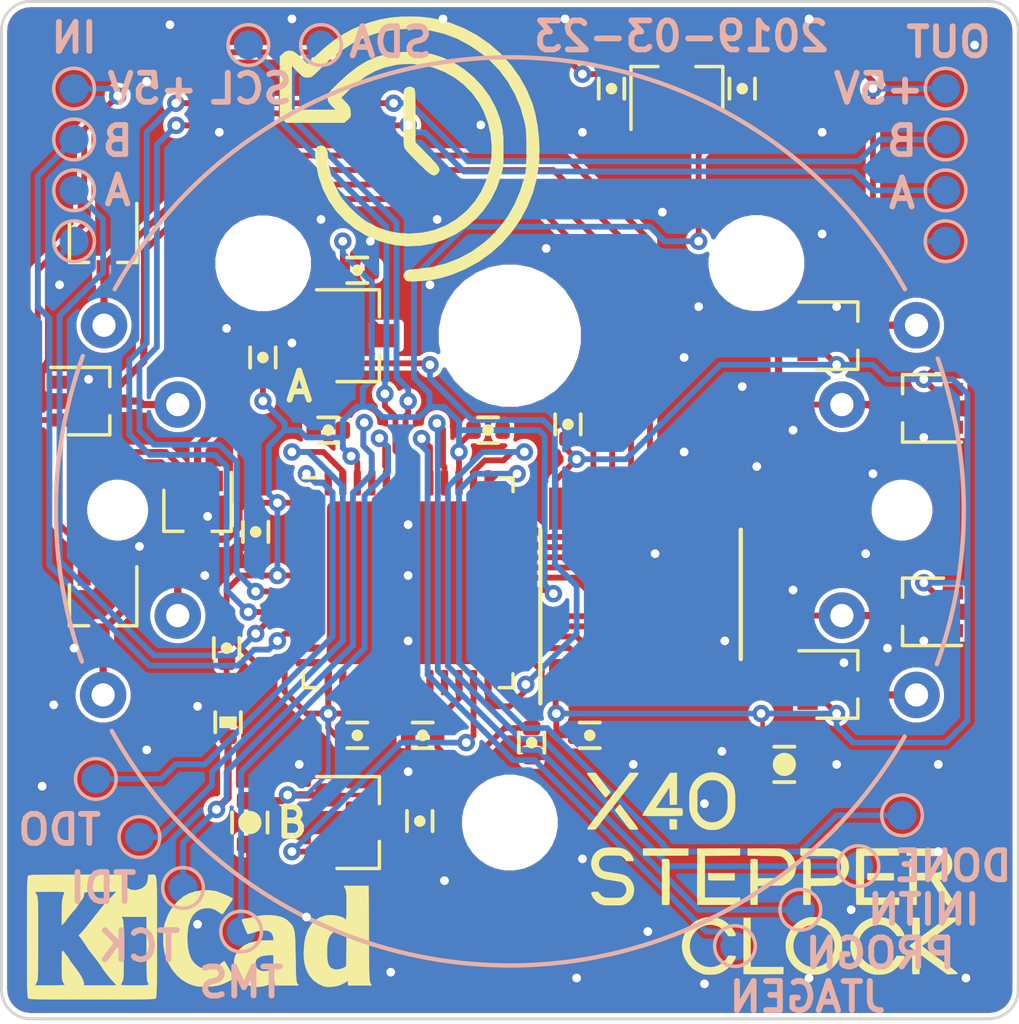
<source format=kicad_pcb>
(kicad_pcb (version 20171130) (host pcbnew 5.1.0-060a0da~80~ubuntu18.04.1)
  (title_block (date "sam. 04 avril 2015"))
  (layers (0 F.Cu signal) (31 B.Cu signal) (34 B.Paste user) (35 F.Paste user) (36 B.SilkS user) (37 F.SilkS user) (38 B.Mask user) (39 F.Mask user) (44 Edge.Cuts user))
  (net 0 "")
  (net 1 GND)
  (net 2 +5V)
  (net 3 "Net-(U1-Pad20)")
  (net 4 "Net-(U1-Pad19)")
  (net 5 "Net-(U1-Pad18)")
  (net 6 "Net-(U1-Pad17)")
  (net 7 "Net-(U1-Pad16)")
  (net 8 "Net-(U1-Pad15)")
  (net 9 "Net-(U1-Pad14)")
  (net 10 "Net-(U1-Pad12)")
  (net 11 "Net-(U1-Pad11)")
  (net 12 +3V3)
  (net 13 "Net-(U1-Pad5)")
  (net 14 "Net-(U1-Pad4)")
  (net 15 "Net-(U1-Pad3)")
  (net 16 "Net-(U1-Pad2)")
  (net 17 "Net-(U1-Pad21)")
  (net 18 "Net-(U1-Pad23)")
  (net 19 "Net-(U1-Pad24)")
  (net 20 "Net-(U1-Pad26)")
  (net 21 "Net-(U1-Pad27)")
  (net 22 "Net-(U1-Pad28)")
  (net 23 "Net-(U1-Pad29)")
  (net 24 "Net-(U1-Pad31)")
  (net 25 "Net-(U1-Pad32)")
  (net 26 "Net-(U1-Pad33)")
  (net 27 "Net-(U1-Pad34)")
  (net 28 "Net-(U1-Pad35)")
  (net 29 "Net-(U1-Pad36)")
  (net 30 "Net-(TP1-Pad1)")
  (net 31 "Net-(TP2-Pad1)")
  (net 32 "Net-(TP3-Pad1)")
  (net 33 "Net-(TP4-Pad1)")
  (net 34 "Net-(TP5-Pad1)")
  (net 35 "Net-(TP6-Pad1)")
  (net 36 "Net-(TP7-Pad1)")
  (net 37 "Net-(TP8-Pad1)")
  (net 38 "Net-(TP9-Pad1)")
  (net 39 "Net-(TP10-Pad1)")
  (net 40 "Net-(TP11-Pad1)")
  (net 41 "Net-(TP13-Pad1)")
  (net 42 "Net-(TP14-Pad1)")
  (net 43 "Net-(D1-Pad3)")
  (net 44 "Net-(D2-Pad3)")
  (net 45 "Net-(D3-Pad3)")
  (net 46 "Net-(D4-Pad3)")
  (net 47 "Net-(D5-Pad3)")
  (net 48 "Net-(D6-Pad3)")
  (net 49 "Net-(D7-Pad3)")
  (net 50 "Net-(D8-Pad3)")
  (net 51 "Net-(R1-Pad1)")
  (module Symbol:Symbol_KiCAD-Logo_CopperAndSilkScreenTop (layer F.Cu) (at 114.3 113.2)
    (fp_text reference REF** hide)
    (fp_text value "KiCAD Logo" hide)
  )
  (module pkl_dipol:R_0402 (layer F.Cu) (at 115.3 106 90)
    (fp_text reference R1)
    (fp_text value 4k7)
    (pad 2 smd roundrect (at 0.5 0 90) (size 0.5 0.6) (layers F.Cu F.Paste F.Mask) (net 1 GND))
    (pad 1 smd roundrect (at -0.5 0 90) (size 0.5 0.6) (layers F.Cu F.Paste F.Mask) (net 51 "Net-(R1-Pad1)"))
  )
  (module gkl_logos:oshw_small (layer F.Cu) (at 124.9 112.8)
    (fp_text reference G*** hide)
    (fp_text value LOGO hide)
    (fp_poly (pts (xy 0.034434 -1.070644) (xy 0.067967 -1.070441) (xy 0.094854 -1.070081) (xy 0.115679 -1.069545) (xy 0.131028 -1.068815) (xy 0.141484 -1.067873) (xy 0.147631 -1.0667) (xy 0.14957 -1.065823) (xy 0.151728 -1.062359) (xy 0.154421 -1.054534) (xy 0.157762 -1.041831) (xy 0.161865 -1.023736) (xy 0.166844 -0.999734) (xy 0.172812 -0.969309) (xy 0.179883 -0.931946) (xy 0.18387 -0.910492) (xy 0.191899 -0.867626) (xy 0.198777 -0.832133) (xy 0.204579 -0.803667) (xy 0.20938 -0.781882) (xy 0.213256 -0.766433) (xy 0.216284 -0.756974) (xy 0.218192 -0.753437) (xy 0.223255 -0.750437) (xy 0.23444 -0.745046) (xy 0.250596 -0.737743) (xy 0.270577 -0.729006) (xy 0.293232 -0.719311) (xy 0.317413 -0.709137) (xy 0.34197 -0.698962) (xy 0.365756 -0.689262) (xy 0.387621 -0.680517) (xy 0.406415 -0.673202) (xy 0.420991 -0.667796) (xy 0.430199 -0.664778) (xy 0.432574 -0.664308) (xy 0.436931 -0.666453) (xy 0.446994 -0.672572) (xy 0.46204 -0.682192) (xy 0.48135 -0.69484) (xy 0.504202 -0.710041) (xy 0.529876 -0.727323) (xy 0.557649 -0.746211) (xy 0.566444 -0.752231) (xy 0.594625 -0.771491) (xy 0.620833 -0.789294) (xy 0.644361 -0.805167) (xy 0.664502 -0.81864) (xy 0.68055 -0.82924) (xy 0.691799 -0.836496) (xy 0.697543 -0.839936) (xy 0.698099 -0.840154) (xy 0.702045 -0.837466) (xy 0.710615 -0.829883) (xy 0.723103 -0.818125) (xy 0.738801 -0.802913) (xy 0.757001 -0.784968) (xy 0.776995 -0.765011) (xy 0.798076 -0.743762) (xy 0.819537 -0.721943) (xy 0.840668 -0.700273) (xy 0.860764 -0.679473) (xy 0.879116 -0.660265) (xy 0.895016 -0.643369) (xy 0.907757 -0.629505) (xy 0.916632 -0.619395) (xy 0.920932 -0.613759) (xy 0.921212 -0.612916) (xy 0.918584 -0.608605) (xy 0.912018 -0.598596) (xy 0.902013 -0.583627) (xy 0.889064 -0.564435) (xy 0.873671 -0.541758) (xy 0.856331 -0.516332) (xy 0.837541 -0.488894) (xy 0.834677 -0.484721) (xy 0.815763 -0.456987) (xy 0.798327 -0.431061) (xy 0.782855 -0.407691) (xy 0.769833 -0.387628) (xy 0.759747 -0.371622) (xy 0.753081 -0.360422) (xy 0.750324 -0.35478) (xy 0.750277 -0.354467) (xy 0.751805 -0.348645) (xy 0.756066 -0.336833) (xy 0.762575 -0.320162) (xy 0.770846 -0.299763) (xy 0.780396 -0.276769) (xy 0.790739 -0.25231) (xy 0.801391 -0.22752) (xy 0.811866 -0.203529) (xy 0.821679 -0.181469) (xy 0.830347 -0.162471) (xy 0.837383 -0.147669) (xy 0.842304 -0.138192) (xy 0.844118 -0.135445) (xy 0.847693 -0.13317) (xy 0.854829 -0.13053) (xy 0.866139 -0.127386) (xy 0.882232 -0.123601) (xy 0.903722 -0.119039) (xy 0.931219 -0.113561) (xy 0.965334 -0.10703) (xy 0.996918 -0.10112) (xy 1.037379 -0.09352) (xy 1.070645 -0.087079) (xy 1.097233 -0.081681) (xy 1.117657 -0.077211) (xy 1.132435 -0.073556) (xy 1.142081 -0.070599) (xy 1.147113 -0.068226) (xy 1.147885 -0.067505) (xy 1.149215 -0.0638) (xy 1.150302 -0.05616) (xy 1.151165 -0.044) (xy 1.151823 -0.026735) (xy 1.152293 -0.003782) (xy 1.152594 0.025445) (xy 1.152744 0.061528) (xy 1.152769 0.088391) (xy 1.152737 0.127046) (xy 1.152622 0.158623) (xy 1.152394 0.183862) (xy 1.152024 0.2035) (xy 1.151483 0.218275) (xy 1.150742 0.228927) (xy 1.149772 0.236191) (xy 1.148544 0.240808) (xy 1.147028 0.243515) (xy 1.146629 0.243952) (xy 1.140833 0.248843) (xy 1.138213 0.250093) (xy 1.133978 0.250781) (xy 1.122934 0.25274) (xy 1.105954 0.25581) (xy 1.08391 0.259832) (xy 1.057677 0.264646) (xy 1.028128 0.270094) (xy 0.996838 0.275885) (xy 0.955612 0.283642) (xy 0.921763 0.290266) (xy 0.894946 0.295832) (xy 0.874815 0.300417) (xy 0.861026 0.304097) (xy 0.853234 0.30695) (xy 0.851445 0.308124) (xy 0.848436 0.313325) (xy 0.843095 0.324719) (xy 0.835867 0.341193) (xy 0.827199 0.361634) (xy 0.817539 0.38493) (xy 0.807332 0.409969) (xy 0.797024 0.435639) (xy 0.787064 0.460827) (xy 0.777896 0.48442) (xy 0.769968 0.505307) (xy 0.763726 0.522375) (xy 0.759617 0.534513) (xy 0.758086 0.540606) (xy 0.758085 0.540687) (xy 0.760235 0.545487) (xy 0.76635 0.555935) (xy 0.775934 0.571262) (xy 0.78849 0.590698) (xy 0.803521 0.613476) (xy 0.82053 0.638825) (xy 0.838801 0.665655) (xy 0.857314 0.69275) (xy 0.874414 0.717967) (xy 0.889593 0.740547) (xy 0.902348 0.759729) (xy 0.912171 0.774754) (xy 0.918559 0.784861) (xy 0.921002 0.789276) (xy 0.918645 0.793571) (xy 0.910956 0.802932) (xy 0.898247 0.817025) (xy 0.880834 0.835513) (xy 0.859031 0.858062) (xy 0.833152 0.884336) (xy 0.813356 0.904189) (xy 0.785293 0.932138) (xy 0.762177 0.954975) (xy 0.743486 0.973171) (xy 0.728699 0.987199) (xy 0.717295 0.997529) (xy 0.708752 1.004633) (xy 0.702549 1.008984) (xy 0.698165 1.011053) (xy 0.695078 1.011313) (xy 0.695008 1.011299) (xy 0.689679 1.008695) (xy 0.678758 1.002154) (xy 0.663066 0.99221) (xy 0.643424 0.979394) (xy 0.62065 0.964241) (xy 0.595565 0.947284) (xy 0.576538 0.93426) (xy 0.550366 0.916286) (xy 0.526022 0.899625) (xy 0.504309 0.884826) (xy 0.486032 0.872434) (xy 0.471995 0.862994) (xy 0.463004 0.857053) (xy 0.460102 0.855246) (xy 0.457078 0.854255) (xy 0.452913 0.85445) (xy 0.446778 0.856201) (xy 0.437842 0.859876) (xy 0.425276 0.865845) (xy 0.40825 0.874477) (xy 0.385936 0.886143) (xy 0.360636 0.899546) (xy 0.347626 0.906182) (xy 0.339529 0.909288) (xy 0.33452 0.909294) (xy 0.330772 0.90663) (xy 0.330728 0.906585) (xy 0.328208 0.901935) (xy 0.32306 0.890769) (xy 0.315582 0.873809) (xy 0.306072 0.851778) (xy 0.294829 0.825397) (xy 0.282152 0.795391) (xy 0.268338 0.762481) (xy 0.253687 0.727389) (xy 0.238496 0.690838) (xy 0.223064 0.653551) (xy 0.20769 0.616249) (xy 0.192671 0.579657) (xy 0.178307 0.544495) (xy 0.164895 0.511487) (xy 0.152734 0.481354) (xy 0.142123 0.45482) (xy 0.133359 0.432607) (xy 0.126742 0.415438) (xy 0.122569 0.404034) (xy 0.121139 0.399138) (xy 0.124539 0.392081) (xy 0.134948 0.383227) (xy 0.143608 0.377584) (xy 0.188619 0.346069) (xy 0.227109 0.310716) (xy 0.258915 0.271782) (xy 0.283869 0.229527) (xy 0.301808 0.184209) (xy 0.312567 0.136086) (xy 0.315359 0.108587) (xy 0.314642 0.058353) (xy 0.306583 0.010097) (xy 0.291531 -0.035584) (xy 0.269836 -0.078095) (xy 0.241847 -0.11684) (xy 0.207914 -0.151221) (xy 0.168387 -0.180642) (xy 0.134816 -0.19932) (xy 0.09804 -0.215073) (xy 0.063083 -0.225281) (xy 0.027012 -0.2306) (xy -0.009769 -0.23174) (xy -0.059615 -0.227366) (xy -0.107125 -0.215762) (xy -0.151692 -0.19732) (xy -0.19271 -0.172431) (xy -0.229573 -0.141486) (xy -0.261673 -0.104878) (xy -0.288405 -0.062998) (xy -0.296711 -0.046464) (xy -0.308777 -0.018535) (xy -0.317161 0.006857) (xy -0.322405 0.032291) (xy -0.325047 0.060349) (xy -0.325639 0.091831) (xy -0.325267 0.115171) (xy -0.324232 0.133197) (xy -0.322223 0.148402) (xy -0.31893 0.163281) (xy -0.315036 0.177048) (xy -0.299291 0.220105) (xy -0.278927 0.258768) (xy -0.253213 0.293987) (xy -0.221415 0.326713) (xy -0.182801 0.357897) (xy -0.167177 0.368869) (xy -0.15294 0.378857) (xy -0.141274 0.387637) (xy -0.133636 0.394076) (xy -0.131448 0.396632) (xy -0.132459 0.401252) (xy -0.136161 0.4122) (xy -0.142219 0.428599) (xy -0.150296 0.449572) (xy -0.160055 0.474241) (xy -0.171161 0.50173) (xy -0.179518 0.522086) (xy -0.193998 0.557143) (xy -0.210561 0.597269) (xy -0.228319 0.640305) (xy -0.246379 0.684094) (xy -0.263853 0.726476) (xy -0.279849 0.765293) (xy -0.283708 0.774661) (xy -0.30004 0.813926) (xy -0.313973 0.846607) (xy -0.325441 0.872561) (xy -0.334378 0.89164) (xy -0.340718 0.903701) (xy -0.344396 0.908596) (xy -0.344568 0.908672) (xy -0.350459 0.907652) (xy -0.362082 0.903112) (xy -0.378438 0.895496) (xy -0.398524 0.885252) (xy -0.405826 0.881357) (xy -0.424649 0.871324) (xy -0.441113 0.862757) (xy -0.453973 0.856287) (xy -0.46198 0.852547) (xy -0.463947 0.851877) (xy -0.467846 0.854015) (xy -0.477435 0.860098) (xy -0.491969 0.869632) (xy -0.510708 0.882121) (xy -0.532909 0.897072) (xy -0.557828 0.913989) (xy -0.584152 0.931985) (xy -0.611219 0.950401) (xy -0.636511 0.967326) (xy -0.659249 0.982258) (xy -0.678656 0.994701) (xy -0.693953 1.004152) (xy -0.704362 1.010115) (xy -0.709029 1.012093) (xy -0.714317 1.009227) (xy -0.724895 1.00064) (xy -0.740744 0.986349) (xy -0.761845 0.96637) (xy -0.788182 0.940721) (xy -0.819737 0.909417) (xy -0.823573 0.905582) (xy -0.854778 0.874147) (xy -0.880703 0.847573) (xy -0.901264 0.825951) (xy -0.916376 0.809369) (xy -0.925955 0.797919) (xy -0.929919 0.79169) (xy -0.930031 0.791085) (xy -0.92788 0.786115) (xy -0.921763 0.775509) (xy -0.912177 0.760045) (xy -0.899622 0.740501) (xy -0.884598 0.717654) (xy -0.867603 0.692282) (xy -0.849923 0.666309) (xy -0.829505 0.636295) (xy -0.811454 0.609266) (xy -0.796155 0.585826) (xy -0.783993 0.566582) (xy -0.775352 0.552136) (xy -0.770619 0.543095) (xy -0.769815 0.540513) (xy -0.771264 0.534264) (xy -0.77531 0.521968) (xy -0.781505 0.504746) (xy -0.789401 0.483717) (xy -0.79855 0.460001) (xy -0.808503 0.434718) (xy -0.818812 0.408988) (xy -0.829028 0.38393) (xy -0.838704 0.360665) (xy -0.847389 0.340312) (xy -0.854637 0.323991) (xy -0.859999 0.312821) (xy -0.862902 0.308036) (xy -0.867671 0.305602) (xy -0.87803 0.302427) (xy -0.894356 0.298426) (xy -0.917028 0.293518) (xy -0.946424 0.287618) (xy -0.982922 0.280644) (xy -1.010138 0.275586) (xy -1.047747 0.268606) (xy -1.078379 0.262788) (xy -1.102761 0.257964) (xy -1.121618 0.253968) (xy -1.135675 0.250632) (xy -1.145658 0.24779) (xy -1.152293 0.245274) (xy -1.156305 0.242918) (xy -1.157654 0.241632) (xy -1.15942 0.239026) (xy -1.160856 0.235261) (xy -1.161994 0.229569) (xy -1.162869 0.221179) (xy -1.163515 0.209321) (xy -1.163965 0.193226) (xy -1.164254 0.172124) (xy -1.164415 0.145246) (xy -1.164483 0.111821) (xy -1.164492 0.086283) (xy -1.164428 0.045824) (xy -1.164221 0.01259) (xy -1.163855 -0.014004) (xy -1.163309 -0.034547) (xy -1.162566 -0.049626) (xy -1.161607 -0.05983) (xy -1.160413 -0.065746) (xy -1.159607 -0.06744) (xy -1.155945 -0.069673) (xy -1.147653 -0.072467) (xy -1.134227 -0.075935) (xy -1.115162 -0.080188) (xy -1.089954 -0.085337) (xy -1.058098 -0.091496) (xy -1.019091 -0.098774) (xy -1.014046 -0.099703) (xy -0.981474 -0.105744) (xy -0.950996 -0.111504) (xy -0.92355 -0.116796) (xy -0.900074 -0.121436) (xy -0.881505 -0.125239) (xy -0.86878 -0.128019) (xy -0.862911 -0.129562) (xy -0.859518 -0.13152) (xy -0.855885 -0.135299) (xy -0.851618 -0.141672) (xy -0.846325 -0.151412) (xy -0.839613 -0.165293) (xy -0.831087 -0.184087) (xy -0.820354 -0.208567) (xy -0.807226 -0.239032) (xy -0.795686 -0.266257) (xy -0.785233 -0.291524) (xy -0.776256 -0.313841) (xy -0.769147 -0.332215) (xy -0.764295 -0.345655) (xy -0.762091 -0.353168) (xy -0.762 -0.353986) (xy -0.764265 -0.359917) (xy -0.770911 -0.371817) (xy -0.781717 -0.389337) (xy -0.796461 -0.412131) (xy -0.814922 -0.43985) (xy -0.836876 -0.472148) (xy -0.844752 -0.483608) (xy -0.863574 -0.511131) (xy -0.880974 -0.536957) (xy -0.896447 -0.560306) (xy -0.909488 -0.580402) (xy -0.919593 -0.596466) (xy -0.926256 -0.607719) (xy -0.928974 -0.613383) (xy -0.928997 -0.613507) (xy -0.928723 -0.616663) (xy -0.926741 -0.620996) (xy -0.922573 -0.627032) (xy -0.915741 -0.635298) (xy -0.905766 -0.646322) (xy -0.892169 -0.66063) (xy -0.874471 -0.678749) (xy -0.852194 -0.701206) (xy -0.824859 -0.728528) (xy -0.821132 -0.732243) (xy -0.789304 -0.763769) (xy -0.762732 -0.789677) (xy -0.74133 -0.810047) (xy -0.725007 -0.824962) (xy -0.713675 -0.834505) (xy -0.707246 -0.838758) (xy -0.705927 -0.838966) (xy -0.701497 -0.836315) (xy -0.69137 -0.829716) (xy -0.676277 -0.819663) (xy -0.656953 -0.806651) (xy -0.634129 -0.791172) (xy -0.608539 -0.773722) (xy -0.580914 -0.754793) (xy -0.574689 -0.750515) (xy -0.546742 -0.731402) (xy -0.520662 -0.713761) (xy -0.497181 -0.69807) (xy -0.477028 -0.68481) (xy -0.460937 -0.674462) (xy -0.449637 -0.667505) (xy -0.44386 -0.664419) (xy -0.443397 -0.664307) (xy -0.438246 -0.665738) (xy -0.426954 -0.669755) (xy -0.410596 -0.675946) (xy -0.390249 -0.683898) (xy -0.366989 -0.6932) (xy -0.350632 -0.69985) (xy -0.317571 -0.713385) (xy -0.291012 -0.724298) (xy -0.270221 -0.732923) (xy -0.254468 -0.739595) (xy -0.24302 -0.744651) (xy -0.235143 -0.748424) (xy -0.230107 -0.751249) (xy -0.227177 -0.753463) (xy -0.225623 -0.7554) (xy -0.224711 -0.757395) (xy -0.224679 -0.757476) (xy -0.223541 -0.762317) (xy -0.221174 -0.773804) (xy -0.217774 -0.790899) (xy -0.213539 -0.812567) (xy -0.208664 -0.837768) (xy -0.203347 -0.865466) (xy -0.197785 -0.894622) (xy -0.192175 -0.9242) (xy -0.186713 -0.953161) (xy -0.181597 -0.980468) (xy -0.177024 -1.005084) (xy -0.17319 -1.025971) (xy -0.170292 -1.042092) (xy -0.168528 -1.052408) (xy -0.168065 -1.055775) (xy -0.165582 -1.060348) (xy -0.16189 -1.064567) (xy -0.159523 -1.066154) (xy -0.155419 -1.067447) (xy -0.14884 -1.068475) (xy -0.139047 -1.069267) (xy -0.125302 -1.069852) (xy -0.106868 -1.070259) (xy -0.083005 -1.070518) (xy -0.052976 -1.070657) (xy -0.016043 -1.070706) (xy -0.006329 -1.070708) (xy 0.034434 -1.070644)) (layer F.Cu) (width 0.01))
  )
  (module gkl_logos:gsd_logo_small (layer F.Cu) (at 124.9 115)
    (fp_text reference G*** hide)
    (fp_text value LOGO hide)
    (fp_poly (pts (xy -0.729586 -0.662399) (xy -0.677333 -0.647505) (xy -0.626418 -0.62313) (xy -0.603622 -0.588205) (xy -0.59668 -0.543282) (xy -0.593267 -0.492195) (xy -0.600915 -0.471095) (xy -0.629252 -0.474961) (xy -0.684652 -0.497417) (xy -0.793084 -0.52487) (xy -0.911313 -0.52619) (xy -1.021487 -0.502134) (xy -1.067329 -0.481194) (xy -1.152001 -0.414193) (xy -1.209167 -0.323118) (xy -1.240724 -0.203739) (xy -1.248833 -0.077437) (xy -1.235812 0.076285) (xy -1.196686 0.196724) (xy -1.131367 0.283993) (xy -1.039764 0.338206) (xy -0.921786 0.359477) (xy -0.902158 0.359833) (xy -0.827591 0.358133) (xy -0.78048 0.347764) (xy -0.754524 0.320825) (xy -0.743421 0.269416) (xy -0.740872 0.185636) (xy -0.740833 0.157542) (xy -0.740833 -0.019054) (xy -0.862541 -0.025402) (xy -0.931356 -0.030401) (xy -0.968596 -0.039801) (xy -0.985008 -0.059004) (xy -0.990947 -0.089958) (xy -0.997645 -0.148167) (xy -0.592666 -0.148167) (xy -0.592666 0.440359) (xy -0.661458 0.46483) (xy -0.746414 0.485276) (xy -0.850823 0.496713) (xy -0.957542 0.498477) (xy -1.049423 0.489902) (xy -1.085247 0.481267) (xy -1.208581 0.422253) (xy -1.302342 0.335079) (xy -1.367447 0.218338) (xy -1.404808 0.070623) (xy -1.413852 -0.024121) (xy -1.40885 -0.20249) (xy -1.373738 -0.351868) (xy -1.307754 -0.47377) (xy -1.210142 -0.569709) (xy -1.111404 -0.627564) (xy -0.992941 -0.664104) (xy -0.859141 -0.676016) (xy -0.729586 -0.662399)) (layer F.Cu) (width 0.01))
    (fp_poly (pts (xy 0.162577 -0.408638) (xy 0.231651 -0.397665) (xy 0.269226 -0.38476) (xy 0.285863 -0.363181) (xy 0.292122 -0.326181) (xy 0.292151 -0.325883) (xy 0.298552 -0.260216) (xy 0.140244 -0.270375) (xy 0.023554 -0.274289) (xy -0.058453 -0.267638) (xy -0.112413 -0.249068) (xy -0.144962 -0.217221) (xy -0.1483 -0.211417) (xy -0.159408 -0.158528) (xy -0.131713 -0.111118) (xy -0.063856 -0.06759) (xy -0.005378 -0.043426) (xy 0.120986 0.004376) (xy 0.212326 0.044812) (xy 0.274186 0.082617) (xy 0.312111 0.122522) (xy 0.331646 0.16926) (xy 0.338334 0.227561) (xy 0.338667 0.250217) (xy 0.332061 0.319458) (xy 0.306108 0.369754) (xy 0.275785 0.401589) (xy 0.193201 0.454029) (xy 0.081845 0.489442) (xy -0.047579 0.506087) (xy -0.184364 0.50222) (xy -0.264583 0.489528) (xy -0.310364 0.472303) (xy -0.330277 0.436937) (xy -0.334784 0.40645) (xy -0.341485 0.336834) (xy -0.228951 0.353625) (xy -0.077646 0.369325) (xy 0.038464 0.366191) (xy 0.11832 0.344321) (xy 0.151534 0.318598) (xy 0.179753 0.277874) (xy 0.1905 0.251655) (xy 0.170586 0.212403) (xy 0.114686 0.169922) (xy 0.028559 0.127998) (xy -0.031142 0.106035) (xy -0.115912 0.072019) (xy -0.195079 0.030549) (xy -0.245396 -0.004577) (xy -0.292577 -0.05312) (xy -0.313312 -0.100997) (xy -0.3175 -0.159315) (xy -0.298442 -0.24985) (xy -0.244324 -0.323152) (xy -0.159727 -0.376842) (xy -0.04923 -0.40854) (xy 0.082583 -0.415868) (xy 0.162577 -0.408638)) (layer F.Cu) (width 0.01))
    (fp_poly (pts (xy 0.809625 -0.656049) (xy 0.948894 -0.652824) (xy 1.055352 -0.641742) (xy 1.138164 -0.620435) (xy 1.206496 -0.586535) (xy 1.269512 -0.537672) (xy 1.270237 -0.537018) (xy 1.340037 -0.45732) (xy 1.386054 -0.362298) (xy 1.410458 -0.244688) (xy 1.415419 -0.097228) (xy 1.413931 -0.056017) (xy 1.39408 0.106816) (xy 1.349894 0.237949) (xy 1.279148 0.339287) (xy 1.179619 0.412731) (xy 1.049083 0.460187) (xy 0.885316 0.483556) (xy 0.779803 0.486833) (xy 0.592667 0.486833) (xy 0.592667 0.338667) (xy 0.762 0.338667) (xy 0.884039 0.338667) (xy 0.998972 0.327347) (xy 1.079303 0.299395) (xy 1.160578 0.233792) (xy 1.215228 0.137724) (xy 1.243868 0.009786) (xy 1.248834 -0.087568) (xy 1.23982 -0.236059) (xy 1.21085 -0.349515) (xy 1.159033 -0.431642) (xy 1.081476 -0.486148) (xy 0.975288 -0.516738) (xy 0.908005 -0.524408) (xy 0.762 -0.534855) (xy 0.762 0.338667) (xy 0.592667 0.338667) (xy 0.592667 -0.656167) (xy 0.809625 -0.656049)) (layer F.Cu) (width 0.01))
  )
  (module gkl_misc:X40-stepper (layer F.Cu) (at 125 98.7)
    (fp_text reference MOT1 hide)
    (fp_text value X40-stepper hide)
    (pad "" np_thru_hole circle (at -8.49 -8.49) (size 3 3) (drill 3) (layers *.Cu *.Mask))
    (pad 8 thru_hole circle (at 14 -6.36) (size 1.6 1.6) (drill 0.8) (layers *.Cu *.Mask) (net 49 "Net-(D7-Pad3)"))
    (pad 7 thru_hole circle (at 14 6.36) (size 1.6 1.6) (drill 0.8) (layers *.Cu *.Mask) (net 47 "Net-(D5-Pad3)"))
    (pad 6 thru_hole circle (at -14 6.36) (size 1.6 1.6) (drill 0.8) (layers *.Cu *.Mask) (net 44 "Net-(D2-Pad3)"))
    (pad 5 thru_hole circle (at -13.97 -6.36) (size 1.6 1.6) (drill 0.8) (layers *.Cu *.Mask) (net 46 "Net-(D4-Pad3)"))
    (pad 4 thru_hole circle (at 11.43 -3.63) (size 1.6 1.6) (drill 0.8) (layers *.Cu *.Mask) (net 50 "Net-(D8-Pad3)"))
    (pad 3 thru_hole circle (at 11.43 3.63) (size 1.6 1.6) (drill 0.8) (layers *.Cu *.Mask) (net 48 "Net-(D6-Pad3)"))
    (pad 2 thru_hole circle (at -11.43 3.63) (size 1.6 1.6) (drill 0.8) (layers *.Cu *.Mask) (net 43 "Net-(D1-Pad3)"))
    (pad 1 thru_hole circle (at -11.43 -3.63) (size 1.6 1.6) (drill 0.8) (layers *.Cu *.Mask) (net 45 "Net-(D3-Pad3)"))
    (pad "" np_thru_hole circle (at 8.49 -8.5) (size 3 3) (drill 3) (layers *.Cu *.Mask))
    (pad "" np_thru_hole circle (at 0 10.75) (size 3 3) (drill 3) (layers *.Cu *.Mask))
    (pad "" np_thru_hole circle (at 0 -6) (size 4.6 4.6) (drill 4.6) (layers *.Cu *.Mask))
    (pad "" np_thru_hole circle (at -13.5 0) (size 1.8 1.8) (drill 1.8) (layers *.Cu *.Mask))
    (pad "" np_thru_hole circle (at 13.5 0) (size 1.8 1.8) (drill 1.8) (layers *.Cu *.Mask))
  )
  (module Clock_name (layer F.Cu) (at 134 111.2)
    (fp_text reference G*** hide)
    (fp_text value LOGO hide)
  )
  (module Clock_logo (layer F.Cu) (at 121.75 86.45)
    (fp_text reference G*** hide)
    (fp_text value LOGO hide)
  )
  (module pkl_dipol:C_0603 (layer F.Cu) (at 134.45 107.45)
    (fp_text reference C16 hide)
    (fp_text value 1uF hide)
    (pad 2 smd roundrect (at 0.75 0) (size 0.6 0.9) (layers F.Cu F.Paste F.Mask) (net 1 GND))
    (pad 1 smd roundrect (at -0.75 0) (size 0.6 0.9) (layers F.Cu F.Paste F.Mask) (net 2 +5V))
  )
  (module pkl_dipol:C_0603 (layer F.Cu) (at 116.05 109.45 270)
    (fp_text reference C15 hide)
    (fp_text value 1uF hide)
    (pad 2 smd roundrect (at 0.75 0 270) (size 0.6 0.9) (layers F.Cu F.Paste F.Mask) (net 1 GND))
    (pad 1 smd roundrect (at -0.75 0 270) (size 0.6 0.9) (layers F.Cu F.Paste F.Mask) (net 12 +3V3))
  )
  (module TestPoint:TestPoint_Pad_D1.0mm (layer B.Cu) (at 140 85.95)
    (fp_text reference TP2 hide)
    (fp_text value TP_OUT_B hide)
    (pad 1 smd circle (at 0 0) (size 1 1) (layers B.Cu B.Mask) (net 31 "Net-(TP2-Pad1)"))
  )
  (module TestPoint:TestPoint_Pad_D1.0mm (layer B.Cu) (at 140 84.2)
    (fp_text reference TP15 hide)
    (fp_text value TP_VCC hide)
    (pad 1 smd circle (at 0 0) (size 1 1) (layers B.Cu B.Mask) (net 2 +5V))
  )
  (module TestPoint:TestPoint_Pad_D1.0mm (layer B.Cu) (at 110 89.45)
    (fp_text reference TP18 hide)
    (fp_text value TP_GND hide)
    (pad 1 smd circle (at 0 0) (size 1 1) (layers B.Cu B.Mask) (net 1 GND))
  )
  (module TestPoint:TestPoint_Pad_D1.0mm (layer B.Cu) (at 140 89.45)
    (fp_text reference TP17 hide)
    (fp_text value TP_GND hide)
    (pad 1 smd circle (at 0 0) (size 1 1) (layers B.Cu B.Mask) (net 1 GND))
  )
  (module TestPoint:TestPoint_Pad_D1.0mm (layer B.Cu) (at 110 84.2)
    (fp_text reference TP16 hide)
    (fp_text value TP_VCC hide)
    (pad 1 smd circle (at 0 0) (size 1 1) (layers B.Cu B.Mask) (net 2 +5V))
  )
  (module Package_TO_SOT_SMD:SOT-323_SC-70 (layer F.Cu) (at 139.25 95.2 180)
    (fp_text reference D8 hide)
    (fp_text value BAT54S hide)
    (pad 3 smd rect (at 1 0 90) (size 0.45 0.7) (layers F.Cu F.Paste F.Mask) (net 50 "Net-(D8-Pad3)"))
    (pad 2 smd rect (at -1 0.65 90) (size 0.45 0.7) (layers F.Cu F.Paste F.Mask) (net 2 +5V))
    (pad 1 smd rect (at -1 -0.65 90) (size 0.45 0.7) (layers F.Cu F.Paste F.Mask) (net 1 GND))
  )
  (module Package_TO_SOT_SMD:SOT-323_SC-70 (layer F.Cu) (at 136.25 92.7)
    (fp_text reference D7 hide)
    (fp_text value BAT54S hide)
    (pad 3 smd rect (at 1 0 270) (size 0.45 0.7) (layers F.Cu F.Paste F.Mask) (net 49 "Net-(D7-Pad3)"))
    (pad 2 smd rect (at -1 0.65 270) (size 0.45 0.7) (layers F.Cu F.Paste F.Mask) (net 2 +5V))
    (pad 1 smd rect (at -1 -0.65 270) (size 0.45 0.7) (layers F.Cu F.Paste F.Mask) (net 1 GND))
  )
  (module Package_TO_SOT_SMD:SOT-323_SC-70 (layer F.Cu) (at 139.25 102.2 180)
    (fp_text reference D6 hide)
    (fp_text value BAT54S hide)
    (pad 3 smd rect (at 1 0 90) (size 0.45 0.7) (layers F.Cu F.Paste F.Mask) (net 48 "Net-(D6-Pad3)"))
    (pad 2 smd rect (at -1 0.65 90) (size 0.45 0.7) (layers F.Cu F.Paste F.Mask) (net 2 +5V))
    (pad 1 smd rect (at -1 -0.65 90) (size 0.45 0.7) (layers F.Cu F.Paste F.Mask) (net 1 GND))
  )
  (module Package_TO_SOT_SMD:SOT-323_SC-70 (layer F.Cu) (at 136.25 104.7)
    (fp_text reference D5 hide)
    (fp_text value BAT54S hide)
    (pad 3 smd rect (at 1 0 270) (size 0.45 0.7) (layers F.Cu F.Paste F.Mask) (net 47 "Net-(D5-Pad3)"))
    (pad 2 smd rect (at -1 0.65 270) (size 0.45 0.7) (layers F.Cu F.Paste F.Mask) (net 2 +5V))
    (pad 1 smd rect (at -1 -0.65 270) (size 0.45 0.7) (layers F.Cu F.Paste F.Mask) (net 1 GND))
  )
  (module Package_TO_SOT_SMD:SOT-323_SC-70 (layer F.Cu) (at 111 89.45 270)
    (fp_text reference D4 hide)
    (fp_text value BAT54S hide)
    (pad 3 smd rect (at 1 0 180) (size 0.45 0.7) (layers F.Cu F.Paste F.Mask) (net 46 "Net-(D4-Pad3)"))
    (pad 2 smd rect (at -1 0.65 180) (size 0.45 0.7) (layers F.Cu F.Paste F.Mask) (net 2 +5V))
    (pad 1 smd rect (at -1 -0.65 180) (size 0.45 0.7) (layers F.Cu F.Paste F.Mask) (net 1 GND))
  )
  (module Package_TO_SOT_SMD:SOT-323_SC-70 (layer F.Cu) (at 110.5 94.95)
    (fp_text reference D3 hide)
    (fp_text value BAT54S hide)
    (pad 3 smd rect (at 1 0 270) (size 0.45 0.7) (layers F.Cu F.Paste F.Mask) (net 45 "Net-(D3-Pad3)"))
    (pad 2 smd rect (at -1 0.65 270) (size 0.45 0.7) (layers F.Cu F.Paste F.Mask) (net 2 +5V))
    (pad 1 smd rect (at -1 -0.65 270) (size 0.45 0.7) (layers F.Cu F.Paste F.Mask) (net 1 GND))
  )
  (module Package_TO_SOT_SMD:SOT-323_SC-70 (layer F.Cu) (at 111 101.95 270)
    (fp_text reference D2 hide)
    (fp_text value BAT54S hide)
    (pad 3 smd rect (at 1 0 180) (size 0.45 0.7) (layers F.Cu F.Paste F.Mask) (net 44 "Net-(D2-Pad3)"))
    (pad 2 smd rect (at -1 0.65 180) (size 0.45 0.7) (layers F.Cu F.Paste F.Mask) (net 2 +5V))
    (pad 1 smd rect (at -1 -0.65 180) (size 0.45 0.7) (layers F.Cu F.Paste F.Mask) (net 1 GND))
  )
  (module Package_TO_SOT_SMD:SOT-323_SC-70 (layer F.Cu) (at 114.25 98.7 270)
    (fp_text reference D1 hide)
    (fp_text value BAT54S hide)
    (pad 3 smd rect (at 1 0 180) (size 0.45 0.7) (layers F.Cu F.Paste F.Mask) (net 43 "Net-(D1-Pad3)"))
    (pad 2 smd rect (at -1 0.65 180) (size 0.45 0.7) (layers F.Cu F.Paste F.Mask) (net 2 +5V))
    (pad 1 smd rect (at -1 -0.65 180) (size 0.45 0.7) (layers F.Cu F.Paste F.Mask) (net 1 GND))
  )
  (module Package_TO_SOT_SMD:SOT-23 (layer F.Cu) (at 130.75 84.2 90)
    (fp_text reference U3 hide)
    (fp_text value MCP1703A hide)
    (pad 3 smd rect (at 1 0 90) (size 0.9 0.8) (layers F.Cu F.Paste F.Mask) (net 2 +5V))
    (pad 2 smd rect (at -1 0.95 90) (size 0.9 0.8) (layers F.Cu F.Paste F.Mask) (net 12 +3V3))
    (pad 1 smd rect (at -1 -0.95 90) (size 0.9 0.8) (layers F.Cu F.Paste F.Mask) (net 1 GND))
  )
  (module pkl_dipol:C_0402 (layer F.Cu) (at 118.75 95.95 180)
    (fp_text reference C14 hide)
    (fp_text value 100nF hide)
    (pad 2 smd roundrect (at 0.5 0 180) (size 0.5 0.6) (layers F.Cu F.Paste F.Mask) (net 1 GND))
    (pad 1 smd roundrect (at -0.5 0 180) (size 0.5 0.6) (layers F.Cu F.Paste F.Mask) (net 12 +3V3))
  )
  (module pkl_dipol:C_0402 (layer F.Cu) (at 115.25 103.45 270)
    (fp_text reference C13 hide)
    (fp_text value 100nF hide)
    (pad 2 smd roundrect (at 0.5 0 270) (size 0.5 0.6) (layers F.Cu F.Paste F.Mask) (net 1 GND))
    (pad 1 smd roundrect (at -0.5 0 270) (size 0.5 0.6) (layers F.Cu F.Paste F.Mask) (net 12 +3V3))
  )
  (module pkl_dipol:C_0402 (layer F.Cu) (at 122 106.45 180)
    (fp_text reference C12 hide)
    (fp_text value 100nF hide)
    (pad 2 smd roundrect (at 0.5 0 180) (size 0.5 0.6) (layers F.Cu F.Paste F.Mask) (net 1 GND))
    (pad 1 smd roundrect (at -0.5 0 180) (size 0.5 0.6) (layers F.Cu F.Paste F.Mask) (net 12 +3V3))
  )
  (module pkl_dipol:C_0402 (layer F.Cu) (at 119.75 106.45)
    (fp_text reference C11 hide)
    (fp_text value 100nF hide)
    (pad 2 smd roundrect (at 0.5 0) (size 0.5 0.6) (layers F.Cu F.Paste F.Mask) (net 1 GND))
    (pad 1 smd roundrect (at -0.5 0) (size 0.5 0.6) (layers F.Cu F.Paste F.Mask) (net 12 +3V3))
  )
  (module pkl_dipol:C_0402 (layer F.Cu) (at 116.5 93.45 90)
    (fp_text reference C10 hide)
    (fp_text value 100nF hide)
    (pad 2 smd roundrect (at 0.5 0 90) (size 0.5 0.6) (layers F.Cu F.Paste F.Mask) (net 1 GND))
    (pad 1 smd roundrect (at -0.5 0 90) (size 0.5 0.6) (layers F.Cu F.Paste F.Mask) (net 12 +3V3))
  )
  (module pkl_dipol:C_0402 (layer F.Cu) (at 124.25 95.95)
    (fp_text reference C9 hide)
    (fp_text value 100nF hide)
    (pad 2 smd roundrect (at 0.5 0) (size 0.5 0.6) (layers F.Cu F.Paste F.Mask) (net 1 GND))
    (pad 1 smd roundrect (at -0.5 0) (size 0.5 0.6) (layers F.Cu F.Paste F.Mask) (net 12 +3V3))
  )
  (module pkl_dipol:C_0402 (layer F.Cu) (at 116.25 99.45 270)
    (fp_text reference C8 hide)
    (fp_text value 100nF hide)
    (pad 2 smd roundrect (at 0.5 0 270) (size 0.5 0.6) (layers F.Cu F.Paste F.Mask) (net 1 GND))
    (pad 1 smd roundrect (at -0.5 0 270) (size 0.5 0.6) (layers F.Cu F.Paste F.Mask) (net 12 +3V3))
  )
  (module pkl_dipol:C_0402 (layer F.Cu) (at 127 95.75 90)
    (fp_text reference C7 hide)
    (fp_text value 100nF hide)
    (pad 2 smd roundrect (at 0.5 0 90) (size 0.5 0.6) (layers F.Cu F.Paste F.Mask) (net 1 GND))
    (pad 1 smd roundrect (at -0.5 0 90) (size 0.5 0.6) (layers F.Cu F.Paste F.Mask) (net 2 +5V))
  )
  (module pkl_dipol:C_0402 (layer F.Cu) (at 125.75 106.7 270)
    (fp_text reference C6 hide)
    (fp_text value 100nF hide)
    (pad 2 smd roundrect (at 0.5 0 270) (size 0.5 0.6) (layers F.Cu F.Paste F.Mask) (net 1 GND))
    (pad 1 smd roundrect (at -0.5 0 270) (size 0.5 0.6) (layers F.Cu F.Paste F.Mask) (net 12 +3V3))
  )
  (module pkl_dipol:C_0402 (layer F.Cu) (at 127.75 106.45)
    (fp_text reference C5 hide)
    (fp_text value 100nF hide)
    (pad 2 smd roundrect (at 0.5 0) (size 0.5 0.6) (layers F.Cu F.Paste F.Mask) (net 1 GND))
    (pad 1 smd roundrect (at -0.5 0) (size 0.5 0.6) (layers F.Cu F.Paste F.Mask) (net 2 +5V))
  )
  (module pkl_dipol:C_0402 (layer F.Cu) (at 133 84.2 90)
    (fp_text reference C4 hide)
    (fp_text value 100nF hide)
    (pad 2 smd roundrect (at 0.5 0 90) (size 0.5 0.6) (layers F.Cu F.Paste F.Mask) (net 1 GND))
    (pad 1 smd roundrect (at -0.5 0 90) (size 0.5 0.6) (layers F.Cu F.Paste F.Mask) (net 12 +3V3))
  )
  (module pkl_dipol:C_0402 (layer F.Cu) (at 128.5 84.2 270)
    (fp_text reference C3 hide)
    (fp_text value 100nF hide)
    (pad 2 smd roundrect (at 0.5 0 270) (size 0.5 0.6) (layers F.Cu F.Paste F.Mask) (net 1 GND))
    (pad 1 smd roundrect (at -0.5 0 270) (size 0.5 0.6) (layers F.Cu F.Paste F.Mask) (net 2 +5V))
  )
  (module pkl_dipol:C_0402 (layer F.Cu) (at 119.75 90.45)
    (fp_text reference C2 hide)
    (fp_text value 100nF hide)
    (pad 2 smd roundrect (at 0.5 0) (size 0.5 0.6) (layers F.Cu F.Paste F.Mask) (net 1 GND))
    (pad 1 smd roundrect (at -0.5 0) (size 0.5 0.6) (layers F.Cu F.Paste F.Mask) (net 12 +3V3))
  )
  (module pkl_dipol:C_0402 (layer F.Cu) (at 121.9 109.4 270)
    (fp_text reference C1 hide)
    (fp_text value 100nF hide)
    (pad 2 smd roundrect (at 0.5 0 270) (size 0.5 0.6) (layers F.Cu F.Paste F.Mask) (net 1 GND))
    (pad 1 smd roundrect (at -0.5 0 270) (size 0.5 0.6) (layers F.Cu F.Paste F.Mask) (net 12 +3V3))
  )
  (module Package_TO_SOT_SMD:SOT-23 (layer F.Cu) (at 119.75 92.7)
    (fp_text reference U5 hide)
    (fp_text value TCS40D hide)
    (pad 3 smd rect (at 1 0) (size 0.9 0.8) (layers F.Cu F.Paste F.Mask) (net 1 GND))
    (pad 2 smd rect (at -1 0.95) (size 0.9 0.8) (layers F.Cu F.Paste F.Mask) (net 19 "Net-(U1-Pad24)"))
    (pad 1 smd rect (at -1 -0.95) (size 0.9 0.8) (layers F.Cu F.Paste F.Mask) (net 12 +3V3))
  )
  (module Package_TO_SOT_SMD:SOT-23 (layer F.Cu) (at 119.75 109.45)
    (fp_text reference U4 hide)
    (fp_text value TCS40D hide)
    (pad 3 smd rect (at 1 0) (size 0.9 0.8) (layers F.Cu F.Paste F.Mask) (net 1 GND))
    (pad 2 smd rect (at -1 0.95) (size 0.9 0.8) (layers F.Cu F.Paste F.Mask) (net 18 "Net-(U1-Pad23)"))
    (pad 1 smd rect (at -1 -0.95) (size 0.9 0.8) (layers F.Cu F.Paste F.Mask) (net 12 +3V3))
  )
  (module TestPoint:TestPoint_Pad_D1.0mm (layer B.Cu) (at 110.75 107.95)
    (fp_text reference TP14 hide)
    (fp_text value TP_TDO hide)
    (pad 1 smd circle (at 0 0) (size 1 1) (layers B.Cu B.Mask) (net 42 "Net-(TP14-Pad1)"))
  )
  (module TestPoint:TestPoint_Pad_D1.0mm (layer B.Cu) (at 112.25 109.95)
    (fp_text reference TP13 hide)
    (fp_text value TP_TDI hide)
    (pad 1 smd circle (at 0 0) (size 1 1) (layers B.Cu B.Mask) (net 41 "Net-(TP13-Pad1)"))
  )
  (module TestPoint:TestPoint_Pad_D1.0mm (layer B.Cu) (at 113.75 111.7)
    (fp_text reference TP12 hide)
    (fp_text value TP_TCK hide)
    (pad 1 smd circle (at 0 0) (size 1 1) (layers B.Cu B.Mask) (net 51 "Net-(R1-Pad1)"))
  )
  (module TestPoint:TestPoint_Pad_D1.0mm (layer B.Cu) (at 115.75 113.2)
    (fp_text reference TP11 hide)
    (fp_text value TP_TMS hide)
    (pad 1 smd circle (at 0 0) (size 1 1) (layers B.Cu B.Mask) (net 40 "Net-(TP11-Pad1)"))
  )
  (module TestPoint:TestPoint_Pad_D1.0mm (layer B.Cu) (at 132.75 113.7)
    (fp_text reference TP10 hide)
    (fp_text value TP_JTAGEN hide)
    (pad 1 smd circle (at 0 0) (size 1 1) (layers B.Cu B.Mask) (net 39 "Net-(TP10-Pad1)"))
  )
  (module TestPoint:TestPoint_Pad_D1.0mm (layer B.Cu) (at 135 112.45)
    (fp_text reference TP9 hide)
    (fp_text value TP_PROGRAMN hide)
    (pad 1 smd circle (at 0 0) (size 1 1) (layers B.Cu B.Mask) (net 38 "Net-(TP9-Pad1)"))
  )
  (module TestPoint:TestPoint_Pad_D1.0mm (layer B.Cu) (at 137 110.95)
    (fp_text reference TP8 hide)
    (fp_text value TP_INITN hide)
    (pad 1 smd circle (at 0 0) (size 1 1) (layers B.Cu B.Mask) (net 37 "Net-(TP8-Pad1)"))
  )
  (module TestPoint:TestPoint_Pad_D1.0mm (layer B.Cu) (at 138.5 109.2)
    (fp_text reference TP7 hide)
    (fp_text value TP_DONE hide)
    (pad 1 smd circle (at 0 0) (size 1 1) (layers B.Cu B.Mask) (net 36 "Net-(TP7-Pad1)"))
  )
  (module TestPoint:TestPoint_Pad_D1.0mm (layer B.Cu) (at 116 82.7)
    (fp_text reference TP6 hide)
    (fp_text value TP_I2C_SCL hide)
    (pad 1 smd circle (at 0 0) (size 1 1) (layers B.Cu B.Mask) (net 35 "Net-(TP6-Pad1)"))
  )
  (module TestPoint:TestPoint_Pad_D1.0mm (layer B.Cu) (at 118.5 82.7)
    (fp_text reference TP5 hide)
    (fp_text value TP_I2C_SDA hide)
    (pad 1 smd circle (at 0 0) (size 1 1) (layers B.Cu B.Mask) (net 34 "Net-(TP5-Pad1)"))
  )
  (module TestPoint:TestPoint_Pad_D1.0mm (layer B.Cu) (at 110 85.95)
    (fp_text reference TP4 hide)
    (fp_text value TP_IN_B hide)
    (pad 1 smd circle (at 0 0) (size 1 1) (layers B.Cu B.Mask) (net 33 "Net-(TP4-Pad1)"))
  )
  (module TestPoint:TestPoint_Pad_D1.0mm (layer B.Cu) (at 110 87.7)
    (fp_text reference TP3 hide)
    (fp_text value TP_IN_A hide)
    (pad 1 smd circle (at 0 0) (size 1 1) (layers B.Cu B.Mask) (net 32 "Net-(TP3-Pad1)"))
  )
  (module TestPoint:TestPoint_Pad_D1.0mm (layer B.Cu) (at 140 87.7)
    (fp_text reference TP1 hide)
    (fp_text value TP_OUT_A hide)
    (pad 1 smd circle (at 0 0) (size 1 1) (layers B.Cu B.Mask) (net 30 "Net-(TP1-Pad1)"))
  )
  (module Package_DFN_QFN:QFN-48-1EP_7x7mm_P0.5mm_EP5.6x5.6mm (layer F.Cu) (at 121.5 101.2)
    (fp_text reference U1 hide)
    (fp_text value MachX02-640 hide)
    (pad 49 smd roundrect (at 0 0) (size 5.6 5.6) (layers F.Cu F.Mask) (roundrect_rratio 0.044643) (net 1 GND))
    (pad 1 smd roundrect (at -3.4375 -2.75) (size 0.875 0.25) (layers F.Cu F.Paste F.Mask) (net 12 +3V3))
    (pad 2 smd roundrect (at -3.4375 -2.25) (size 0.875 0.25) (layers F.Cu F.Paste F.Mask) (net 16 "Net-(U1-Pad2)"))
    (pad 3 smd roundrect (at -3.4375 -1.75) (size 0.875 0.25) (layers F.Cu F.Paste F.Mask) (net 15 "Net-(U1-Pad3)"))
    (pad 4 smd roundrect (at -3.4375 -1.25) (size 0.875 0.25) (layers F.Cu F.Paste F.Mask) (net 14 "Net-(U1-Pad4)"))
    (pad 5 smd roundrect (at -3.4375 -0.75) (size 0.875 0.25) (layers F.Cu F.Paste F.Mask) (net 13 "Net-(U1-Pad5)"))
    (pad 6 smd roundrect (at -3.4375 -0.25) (size 0.875 0.25) (layers F.Cu F.Paste F.Mask) (net 12 +3V3))
    (pad 7 smd roundrect (at -3.4375 0.25) (size 0.875 0.25) (layers F.Cu F.Paste F.Mask) (net 30 "Net-(TP1-Pad1)"))
    (pad 8 smd roundrect (at -3.4375 0.75) (size 0.875 0.25) (layers F.Cu F.Paste F.Mask) (net 31 "Net-(TP2-Pad1)"))
    (pad 9 smd roundrect (at -3.4375 1.25) (size 0.875 0.25) (layers F.Cu F.Paste F.Mask) (net 32 "Net-(TP3-Pad1)"))
    (pad 10 smd roundrect (at -3.4375 1.75) (size 0.875 0.25) (layers F.Cu F.Paste F.Mask) (net 33 "Net-(TP4-Pad1)"))
    (pad 11 smd roundrect (at -3.4375 2.25) (size 0.875 0.25) (layers F.Cu F.Paste F.Mask) (net 11 "Net-(U1-Pad11)"))
    (pad 12 smd roundrect (at -3.4375 2.75) (size 0.875 0.25) (layers F.Cu F.Paste F.Mask) (net 10 "Net-(U1-Pad12)"))
    (pad 13 smd roundrect (at -2.75 3.4375) (size 0.25 0.875) (layers F.Cu F.Paste F.Mask) (net 12 +3V3))
    (pad 14 smd roundrect (at -2.25 3.4375) (size 0.25 0.875) (layers F.Cu F.Paste F.Mask) (net 9 "Net-(U1-Pad14)"))
    (pad 15 smd roundrect (at -1.75 3.4375) (size 0.25 0.875) (layers F.Cu F.Paste F.Mask) (net 8 "Net-(U1-Pad15)"))
    (pad 16 smd roundrect (at -1.25 3.4375) (size 0.25 0.875) (layers F.Cu F.Paste F.Mask) (net 7 "Net-(U1-Pad16)"))
    (pad 17 smd roundrect (at -0.75 3.4375) (size 0.25 0.875) (layers F.Cu F.Paste F.Mask) (net 6 "Net-(U1-Pad17)"))
    (pad 18 smd roundrect (at -0.25 3.4375) (size 0.25 0.875) (layers F.Cu F.Paste F.Mask) (net 5 "Net-(U1-Pad18)"))
    (pad 19 smd roundrect (at 0.25 3.4375) (size 0.25 0.875) (layers F.Cu F.Paste F.Mask) (net 4 "Net-(U1-Pad19)"))
    (pad 20 smd roundrect (at 0.75 3.4375) (size 0.25 0.875) (layers F.Cu F.Paste F.Mask) (net 3 "Net-(U1-Pad20)"))
    (pad 21 smd roundrect (at 1.25 3.4375) (size 0.25 0.875) (layers F.Cu F.Paste F.Mask) (net 17 "Net-(U1-Pad21)"))
    (pad 22 smd roundrect (at 1.75 3.4375) (size 0.25 0.875) (layers F.Cu F.Paste F.Mask) (net 12 +3V3))
    (pad 23 smd roundrect (at 2.25 3.4375) (size 0.25 0.875) (layers F.Cu F.Paste F.Mask) (net 18 "Net-(U1-Pad23)"))
    (pad 24 smd roundrect (at 2.75 3.4375) (size 0.25 0.875) (layers F.Cu F.Paste F.Mask) (net 19 "Net-(U1-Pad24)"))
    (pad 25 smd roundrect (at 3.4375 2.75) (size 0.875 0.25) (layers F.Cu F.Paste F.Mask) (net 12 +3V3))
    (pad 26 smd roundrect (at 3.4375 2.25) (size 0.875 0.25) (layers F.Cu F.Paste F.Mask) (net 20 "Net-(U1-Pad26)"))
    (pad 27 smd roundrect (at 3.4375 1.75) (size 0.875 0.25) (layers F.Cu F.Paste F.Mask) (net 21 "Net-(U1-Pad27)"))
    (pad 28 smd roundrect (at 3.4375 1.25) (size 0.875 0.25) (layers F.Cu F.Paste F.Mask) (net 22 "Net-(U1-Pad28)"))
    (pad 29 smd roundrect (at 3.4375 0.75) (size 0.875 0.25) (layers F.Cu F.Paste F.Mask) (net 23 "Net-(U1-Pad29)"))
    (pad 30 smd roundrect (at 3.4375 0.25) (size 0.875 0.25) (layers F.Cu F.Paste F.Mask) (net 12 +3V3))
    (pad 31 smd roundrect (at 3.4375 -0.25) (size 0.875 0.25) (layers F.Cu F.Paste F.Mask) (net 24 "Net-(U1-Pad31)"))
    (pad 32 smd roundrect (at 3.4375 -0.75) (size 0.875 0.25) (layers F.Cu F.Paste F.Mask) (net 25 "Net-(U1-Pad32)"))
    (pad 33 smd roundrect (at 3.4375 -1.25) (size 0.875 0.25) (layers F.Cu F.Paste F.Mask) (net 26 "Net-(U1-Pad33)"))
    (pad 34 smd roundrect (at 3.4375 -1.75) (size 0.875 0.25) (layers F.Cu F.Paste F.Mask) (net 27 "Net-(U1-Pad34)"))
    (pad 35 smd roundrect (at 3.4375 -2.25) (size 0.875 0.25) (layers F.Cu F.Paste F.Mask) (net 28 "Net-(U1-Pad35)"))
    (pad 36 smd roundrect (at 3.4375 -2.75) (size 0.875 0.25) (layers F.Cu F.Paste F.Mask) (net 29 "Net-(U1-Pad36)"))
    (pad 37 smd roundrect (at 2.75 -3.4375) (size 0.25 0.875) (layers F.Cu F.Paste F.Mask) (net 36 "Net-(TP7-Pad1)"))
    (pad 38 smd roundrect (at 2.25 -3.4375) (size 0.25 0.875) (layers F.Cu F.Paste F.Mask) (net 37 "Net-(TP8-Pad1)"))
    (pad 39 smd roundrect (at 1.75 -3.4375) (size 0.25 0.875) (layers F.Cu F.Paste F.Mask) (net 12 +3V3))
    (pad 40 smd roundrect (at 1.25 -3.4375) (size 0.25 0.875) (layers F.Cu F.Paste F.Mask) (net 38 "Net-(TP9-Pad1)"))
    (pad 41 smd roundrect (at 0.75 -3.4375) (size 0.25 0.875) (layers F.Cu F.Paste F.Mask) (net 39 "Net-(TP10-Pad1)"))
    (pad 42 smd roundrect (at 0.25 -3.4375) (size 0.25 0.875) (layers F.Cu F.Paste F.Mask) (net 34 "Net-(TP5-Pad1)"))
    (pad 43 smd roundrect (at -0.25 -3.4375) (size 0.25 0.875) (layers F.Cu F.Paste F.Mask) (net 35 "Net-(TP6-Pad1)"))
    (pad 44 smd roundrect (at -0.75 -3.4375) (size 0.25 0.875) (layers F.Cu F.Paste F.Mask) (net 40 "Net-(TP11-Pad1)"))
    (pad 45 smd roundrect (at -1.25 -3.4375) (size 0.25 0.875) (layers F.Cu F.Paste F.Mask) (net 51 "Net-(R1-Pad1)"))
    (pad 46 smd roundrect (at -1.75 -3.4375) (size 0.25 0.875) (layers F.Cu F.Paste F.Mask) (net 12 +3V3))
    (pad 47 smd roundrect (at -2.25 -3.4375) (size 0.25 0.875) (layers F.Cu F.Paste F.Mask) (net 41 "Net-(TP13-Pad1)"))
    (pad 48 smd roundrect (at -2.75 -3.4375) (size 0.25 0.875) (layers F.Cu F.Paste F.Mask) (net 42 "Net-(TP14-Pad1)"))
  )
  (module Package_SO:TSSOP-20_4.4x6.5mm_P0.65mm (layer F.Cu) (at 129.5 101.6 90)
    (fp_text reference U2 hide)
    (fp_text value 74ACT245 hide)
    (pad 1 smd rect (at -2.95 -2.925 90) (size 1.45 0.45) (layers F.Cu F.Paste F.Mask) (net 2 +5V))
    (pad 2 smd rect (at -2.95 -2.275 90) (size 1.45 0.45) (layers F.Cu F.Paste F.Mask) (net 20 "Net-(U1-Pad26)"))
    (pad 3 smd rect (at -2.95 -1.625 90) (size 1.45 0.45) (layers F.Cu F.Paste F.Mask) (net 21 "Net-(U1-Pad27)"))
    (pad 4 smd rect (at -2.95 -0.975 90) (size 1.45 0.45) (layers F.Cu F.Paste F.Mask) (net 22 "Net-(U1-Pad28)"))
    (pad 5 smd rect (at -2.95 -0.325 90) (size 1.45 0.45) (layers F.Cu F.Paste F.Mask) (net 23 "Net-(U1-Pad29)"))
    (pad 6 smd rect (at -2.95 0.325 90) (size 1.45 0.45) (layers F.Cu F.Paste F.Mask) (net 24 "Net-(U1-Pad31)"))
    (pad 7 smd rect (at -2.95 0.975 90) (size 1.45 0.45) (layers F.Cu F.Paste F.Mask) (net 25 "Net-(U1-Pad32)"))
    (pad 8 smd rect (at -2.95 1.625 90) (size 1.45 0.45) (layers F.Cu F.Paste F.Mask) (net 26 "Net-(U1-Pad33)"))
    (pad 9 smd rect (at -2.95 2.275 90) (size 1.45 0.45) (layers F.Cu F.Paste F.Mask) (net 27 "Net-(U1-Pad34)"))
    (pad 10 smd rect (at -2.95 2.925 90) (size 1.45 0.45) (layers F.Cu F.Paste F.Mask) (net 1 GND))
    (pad 11 smd rect (at 2.95 2.925 90) (size 1.45 0.45) (layers F.Cu F.Paste F.Mask) (net 50 "Net-(D8-Pad3)"))
    (pad 12 smd rect (at 2.95 2.275 90) (size 1.45 0.45) (layers F.Cu F.Paste F.Mask) (net 49 "Net-(D7-Pad3)"))
    (pad 13 smd rect (at 2.95 1.625 90) (size 1.45 0.45) (layers F.Cu F.Paste F.Mask) (net 48 "Net-(D6-Pad3)"))
    (pad 14 smd rect (at 2.95 0.975 90) (size 1.45 0.45) (layers F.Cu F.Paste F.Mask) (net 47 "Net-(D5-Pad3)"))
    (pad 15 smd rect (at 2.95 0.325 90) (size 1.45 0.45) (layers F.Cu F.Paste F.Mask) (net 46 "Net-(D4-Pad3)"))
    (pad 16 smd rect (at 2.95 -0.325 90) (size 1.45 0.45) (layers F.Cu F.Paste F.Mask) (net 45 "Net-(D3-Pad3)"))
    (pad 17 smd rect (at 2.95 -0.975 90) (size 1.45 0.45) (layers F.Cu F.Paste F.Mask) (net 44 "Net-(D2-Pad3)"))
    (pad 18 smd rect (at 2.95 -1.625 90) (size 1.45 0.45) (layers F.Cu F.Paste F.Mask) (net 43 "Net-(D1-Pad3)"))
    (pad 19 smd rect (at 2.95 -2.275 90) (size 1.45 0.45) (layers F.Cu F.Paste F.Mask) (net 28 "Net-(U1-Pad35)"))
    (pad 20 smd rect (at 2.95 -2.925 90) (size 1.45 0.45) (layers F.Cu F.Paste F.Mask) (net 2 +5V))
  )
  (gr_text 2019-03-23 (at 130.9 82.4) (layer B.SilkS) (effects (font (size 1 1) (thickness 0.2)) (justify mirror)))
  (gr_text +5V (at 137.7 84.2) (layer B.SilkS) (effects (font (size 1 1) (thickness 0.2)) (justify mirror)))
  (gr_text +5V (at 112.7 84.2) (layer B.SilkS) (effects (font (size 1 1) (thickness 0.2)) (justify mirror)))
  (gr_text B (at 117.5 109.45) (layer F.SilkS) (effects (font (size 1 1) (thickness 0.2))))
  (gr_text A (at 117.75 94.45) (layer F.SilkS) (effects (font (size 1 1) (thickness 0.2))))
  (gr_text SCL (at 116.1 84.2) (layer B.SilkS) (effects (font (size 1 1) (thickness 0.2)) (justify mirror)))
  (gr_text SDA (at 120.9 82.6) (layer B.SilkS) (effects (font (size 1 1) (thickness 0.2)) (justify mirror)))
  (gr_text B (at 111.5 86) (layer B.SilkS) (effects (font (size 1 1) (thickness 0.2)) (justify mirror)))
  (gr_text A (at 111.5 87.7) (layer B.SilkS) (effects (font (size 1 1) (thickness 0.2)) (justify mirror)))
  (gr_text IN (at 110 82.45) (layer B.SilkS) (effects (font (size 1 1) (thickness 0.2)) (justify mirror)))
  (gr_text A (at 138.5 87.8) (layer B.SilkS) (effects (font (size 1 1) (thickness 0.2)) (justify mirror)))
  (gr_text B (at 138.5 86) (layer B.SilkS) (effects (font (size 1 1) (thickness 0.2)) (justify mirror)))
  (gr_text OUT (at 140.1 82.6) (layer B.SilkS) (effects (font (size 1 1) (thickness 0.2)) (justify mirror)))
  (gr_text DONE (at 140.25 110.95) (layer B.SilkS) (effects (font (size 1 1) (thickness 0.2)) (justify mirror)))
  (gr_text INITN (at 139.25 112.45) (layer B.SilkS) (effects (font (size 1 1) (thickness 0.2)) (justify mirror)))
  (gr_text PROGN (at 137.75 113.95) (layer B.SilkS) (effects (font (size 1 1) (thickness 0.2)) (justify mirror)))
  (gr_text JTAGEN (at 135.25 115.45) (layer B.SilkS) (effects (font (size 1 1) (thickness 0.2)) (justify mirror)))
  (gr_text TMS (at 115.75 114.95) (layer B.SilkS) (effects (font (size 1 1) (thickness 0.2)) (justify mirror)))
  (gr_text TCK (at 112.25 113.7) (layer B.SilkS) (effects (font (size 1 1) (thickness 0.2)) (justify mirror)))
  (gr_text TDI (at 111 111.7) (layer B.SilkS) (effects (font (size 1 1) (thickness 0.2)) (justify mirror)))
  (gr_text TDO (at 109.5 109.7) (layer B.SilkS) (effects (font (size 1 1) (thickness 0.2)) (justify mirror)))
  (gr_arc (start 108.5 115.2) (end 107.5 115.2) (angle -90) (layer Edge.Cuts) (width 0.1))
  (gr_arc (start 141.5 115.2) (end 141.5 116.2) (angle -90) (layer Edge.Cuts) (width 0.1))
  (gr_arc (start 141.5 82.2) (end 142.5 82.2) (angle -90) (layer Edge.Cuts) (width 0.1))
  (gr_arc (start 108.5 82.2) (end 108.5 81.2) (angle -90) (layer Edge.Cuts) (width 0.1))
  (gr_line (start 107.5 115.2) (end 107.5 82.2) (layer Edge.Cuts) (width 0.1))
  (gr_line (start 141.5 116.2) (end 108.5 116.2) (layer Edge.Cuts) (width 0.1))
  (gr_line (start 142.5 82.2) (end 142.5 115.2) (layer Edge.Cuts) (width 0.1))
  (gr_line (start 108.5 81.2) (end 141.5 81.2) (layer Edge.Cuts) (width 0.1))
  (via (at 121.5 99.2) (size 0.6) (drill 0.3) (layers F.Cu B.Cu) (net 1))
  (via (at 132.4 103.2) (size 0.6) (drill 0.3) (layers F.Cu B.Cu) (net 1))
  (segment (start 132.425 104.55) (end 132.425 103.225) (width 0.2) (layer F.Cu) (net 1))
  (segment (start 132.425 103.225) (end 132.4 103.2) (width 0.2) (layer F.Cu) (net 1))
  (segment (start 126.5 107.2) (end 125.75 107.2) (width 0.2) (layer F.Cu) (net 1))
  (segment (start 128.25 106.45) (end 129 106.45) (width 0.2) (layer F.Cu) (net 1))
  (segment (start 129.25 107.7) (end 129 107.95) (width 0.2) (layer F.Cu) (net 1))
  (segment (start 129 107.95) (end 127.25 107.95) (width 0.2) (layer F.Cu) (net 1))
  (segment (start 129 106.45) (end 129.25 106.7) (width 0.2) (layer F.Cu) (net 1))
  (segment (start 127.25 107.95) (end 126.5 107.2) (width 0.2) (layer F.Cu) (net 1))
  (segment (start 116.25 106.2) (end 117.5 107.45) (width 0.2) (layer F.Cu) (net 1))
  (segment (start 117.5 107.45) (end 117.75 107.45) (width 0.2) (layer F.Cu) (net 1))
  (segment (start 126.2 95.25) (end 127 95.25) (width 0.2) (layer F.Cu) (net 1))
  (segment (start 124.75 95.95) (end 125.5 95.95) (width 0.2) (layer F.Cu) (net 1))
  (segment (start 125.5 95.95) (end 126.2 95.25) (width 0.2) (layer F.Cu) (net 1))
  (segment (start 120.75 109.45) (end 120.75 110.45) (width 0.2) (layer F.Cu) (net 1))
  (segment (start 120.25 110.95) (end 120.25 111.7) (width 0.2) (layer F.Cu) (net 1))
  (segment (start 120.75 110.45) (end 120.25 110.95) (width 0.2) (layer F.Cu) (net 1))
  (segment (start 132.425 104.55) (end 132.425 106.275) (width 0.2) (layer F.Cu) (net 1))
  (segment (start 132.425 106.275) (end 131.75 106.95) (width 0.2) (layer F.Cu) (net 1))
  (segment (start 131.75 106.95) (end 129.25 106.95) (width 0.2) (layer F.Cu) (net 1))
  (segment (start 129.25 106.7) (end 129.25 106.95) (width 0.2) (layer F.Cu) (net 1))
  (segment (start 129.25 106.95) (end 129.25 107.45) (width 0.2) (layer F.Cu) (net 1))
  (via (at 117.5 92.95) (size 0.6) (drill 0.3) (layers F.Cu B.Cu) (net 1))
  (segment (start 116.5 92.95) (end 117.5 92.95) (width 0.2) (layer F.Cu) (net 1))
  (via (at 120.2 89.45) (size 0.6) (drill 0.3) (layers F.Cu B.Cu) (net 1))
  (segment (start 120.25 90.45) (end 120.25 89.5) (width 0.2) (layer F.Cu) (net 1))
  (segment (start 120.25 89.5) (end 120.2 89.45) (width 0.2) (layer F.Cu) (net 1))
  (segment (start 120.25 92.2) (end 120.75 92.7) (width 0.2) (layer F.Cu) (net 1))
  (segment (start 120.25 90.45) (end 120.25 92.2) (width 0.2) (layer F.Cu) (net 1))
  (segment (start 129 85.2) (end 128.5 84.7) (width 0.25) (layer F.Cu) (net 1))
  (segment (start 129.8 85.2) (end 129 85.2) (width 0.25) (layer F.Cu) (net 1))
  (segment (start 131.5 84.2) (end 132 83.7) (width 0.25) (layer F.Cu) (net 1))
  (segment (start 132 83.7) (end 133 83.7) (width 0.25) (layer F.Cu) (net 1))
  (segment (start 129.8 85.2) (end 129.8 84.5) (width 0.25) (layer F.Cu) (net 1))
  (segment (start 130.1 84.2) (end 131.5 84.2) (width 0.25) (layer F.Cu) (net 1))
  (segment (start 129.8 84.5) (end 130.1 84.2) (width 0.25) (layer F.Cu) (net 1))
  (segment (start 109.5 90.45) (end 109.5 94.3) (width 0.2) (layer F.Cu) (net 1))
  (segment (start 110.95 89.7) (end 110.25 89.7) (width 0.2) (layer F.Cu) (net 1))
  (segment (start 111.65 89) (end 110.95 89.7) (width 0.2) (layer F.Cu) (net 1))
  (segment (start 110.25 89.7) (end 109.5 90.45) (width 0.2) (layer F.Cu) (net 1))
  (segment (start 111.65 88.45) (end 111.65 89) (width 0.2) (layer F.Cu) (net 1))
  (via (at 112.25 99.95) (size 0.6) (drill 0.3) (layers F.Cu B.Cu) (net 1))
  (segment (start 111.65 100.95) (end 111.65 100.55) (width 0.2) (layer F.Cu) (net 1))
  (segment (start 111.65 100.55) (end 112.25 99.95) (width 0.2) (layer F.Cu) (net 1))
  (via (at 114.59647 98.916703) (size 0.6) (drill 0.3) (layers F.Cu B.Cu) (net 1))
  (segment (start 114.9 97.7) (end 114.9 98.613173) (width 0.2) (layer F.Cu) (net 1))
  (segment (start 114.9 98.613173) (end 114.59647 98.916703) (width 0.2) (layer F.Cu) (net 1))
  (segment (start 113.563173 99.95) (end 112.25 99.95) (width 0.2) (layer B.Cu) (net 1))
  (segment (start 114.59647 98.916703) (end 113.563173 99.95) (width 0.2) (layer B.Cu) (net 1))
  (segment (start 109.5 94.3) (end 110.4 94.3) (width 0.2) (layer F.Cu) (net 1))
  (via (at 110.5 94.2) (size 0.6) (drill 0.3) (layers F.Cu B.Cu) (net 1))
  (segment (start 110.4 94.3) (end 110.5 94.2) (width 0.2) (layer F.Cu) (net 1))
  (via (at 136.5 103.95) (size 0.6) (drill 0.3) (layers F.Cu B.Cu) (net 1))
  (segment (start 135.25 104.05) (end 136.4 104.05) (width 0.2) (layer F.Cu) (net 1))
  (segment (start 136.4 104.05) (end 136.5 103.95) (width 0.2) (layer F.Cu) (net 1))
  (segment (start 140.25 102.85) (end 139.6 102.85) (width 0.2) (layer F.Cu) (net 1))
  (via (at 139.25 103.2) (size 0.6) (drill 0.3) (layers F.Cu B.Cu) (net 1))
  (segment (start 139.6 102.85) (end 139.25 103.2) (width 0.2) (layer F.Cu) (net 1))
  (via (at 139.25 96.2) (size 0.6) (drill 0.3) (layers F.Cu B.Cu) (net 1))
  (segment (start 140.25 95.85) (end 139.6 95.85) (width 0.2) (layer F.Cu) (net 1))
  (segment (start 139.6 95.85) (end 139.25 96.2) (width 0.2) (layer F.Cu) (net 1))
  (via (at 136.25 91.7) (size 0.6) (drill 0.3) (layers F.Cu B.Cu) (net 1))
  (segment (start 135.25 92.05) (end 135.9 92.05) (width 0.2) (layer F.Cu) (net 1))
  (segment (start 135.9 92.05) (end 136.25 91.7) (width 0.2) (layer F.Cu) (net 1))
  (via (at 131 93.45) (size 0.6) (drill 0.3) (layers F.Cu B.Cu) (net 1))
  (segment (start 115.25 103.95) (end 115.25 104.7) (width 0.2) (layer F.Cu) (net 1))
  (segment (start 121.5 106.45) (end 121.5 107.2) (width 0.2) (layer F.Cu) (net 1))
  (segment (start 120.75 107.2) (end 121 107.45) (width 0.2) (layer F.Cu) (net 1))
  (segment (start 120.25 106.45) (end 120.25 107.2) (width 0.2) (layer F.Cu) (net 1))
  (segment (start 120.25 107.2) (end 120.75 107.2) (width 0.2) (layer F.Cu) (net 1))
  (segment (start 115.85 99.95) (end 115.35 100.45) (width 0.2) (layer F.Cu) (net 1))
  (segment (start 116.25 99.95) (end 115.85 99.95) (width 0.2) (layer F.Cu) (net 1))
  (via (at 114.5 100.95) (size 0.6) (drill 0.3) (layers F.Cu B.Cu) (net 1))
  (via (at 115.25 92.45) (size 0.6) (drill 0.3) (layers F.Cu B.Cu) (net 1))
  (via (at 118.5 88.7) (size 0.6) (drill 0.3) (layers F.Cu B.Cu) (net 1))
  (via (at 122.5 88.7) (size 0.6) (drill 0.3) (layers F.Cu B.Cu) (net 1))
  (via (at 122.25 90.95) (size 0.6) (drill 0.3) (layers F.Cu B.Cu) (net 1))
  (via (at 126.25 89.7) (size 0.6) (drill 0.3) (layers F.Cu B.Cu) (net 1))
  (via (at 130.25 88.45) (size 0.6) (drill 0.3) (layers F.Cu B.Cu) (net 1))
  (via (at 131.5 91.7) (size 0.6) (drill 0.3) (layers F.Cu B.Cu) (net 1))
  (via (at 135.75 89.2) (size 0.6) (drill 0.3) (layers F.Cu B.Cu) (net 1))
  (via (at 133 94.45) (size 0.6) (drill 0.3) (layers F.Cu B.Cu) (net 1))
  (via (at 131 96.7) (size 0.6) (drill 0.3) (layers F.Cu B.Cu) (net 1))
  (via (at 134.75 95.95) (size 0.6) (drill 0.3) (layers F.Cu B.Cu) (net 1))
  (via (at 133.5 97.2) (size 0.6) (drill 0.3) (layers F.Cu B.Cu) (net 1))
  (via (at 134.75 101.45) (size 0.6) (drill 0.3) (layers F.Cu B.Cu) (net 1))
  (via (at 130 100.2) (size 0.6) (drill 0.3) (layers F.Cu B.Cu) (net 1))
  (via (at 138 103.45) (size 0.6) (drill 0.3) (layers F.Cu B.Cu) (net 1))
  (via (at 137.25 100.2) (size 0.6) (drill 0.3) (layers F.Cu B.Cu) (net 1))
  (via (at 137.5 97.45) (size 0.6) (drill 0.3) (layers F.Cu B.Cu) (net 1))
  (via (at 124 85.45) (size 0.6) (drill 0.3) (layers F.Cu B.Cu) (net 1))
  (via (at 115 85.7) (size 0.6) (drill 0.3) (layers F.Cu B.Cu) (net 1))
  (via (at 112.5 83.95) (size 0.6) (drill 0.3) (layers F.Cu B.Cu) (net 1))
  (via (at 127.5 85.7) (size 0.6) (drill 0.3) (layers F.Cu B.Cu) (net 1))
  (via (at 135.75 85.7) (size 0.6) (drill 0.3) (layers F.Cu B.Cu) (net 1))
  (via (at 141 82.7) (size 0.6) (drill 0.3) (layers F.Cu B.Cu) (net 1))
  (segment (start 120.050002 94.149998) (end 118.555457 95.644543) (width 0.2) (layer F.Cu) (net 1))
  (segment (start 126.2 95.25) (end 122.985996 95.25) (width 0.2) (layer F.Cu) (net 1))
  (segment (start 121.885994 94.149998) (end 120.050002 94.149998) (width 0.2) (layer F.Cu) (net 1))
  (segment (start 122.985996 95.25) (end 121.885994 94.149998) (width 0.2) (layer F.Cu) (net 1))
  (segment (start 118.555457 95.644543) (end 118.25 95.95) (width 0.2) (layer F.Cu) (net 1))
  (segment (start 124.25 107.7) (end 121.5 107.7) (width 0.2) (layer F.Cu) (net 1))
  (segment (start 121.25 107.7) (end 121 107.45) (width 0.2) (layer F.Cu) (net 1))
  (segment (start 124.75 107.2) (end 124.25 107.7) (width 0.2) (layer F.Cu) (net 1))
  (segment (start 125.75 107.2) (end 124.75 107.2) (width 0.2) (layer F.Cu) (net 1))
  (via (at 114.25 105.45) (size 0.6) (drill 0.3) (layers F.Cu B.Cu) (net 1))
  (via (at 110 103.45) (size 0.6) (drill 0.3) (layers F.Cu B.Cu) (net 1))
  (segment (start 117.75 107.45) (end 121 107.45) (width 0.2) (layer F.Cu) (net 1))
  (via (at 117.75 107.45) (size 0.6) (drill 0.3) (layers F.Cu B.Cu) (net 1))
  (segment (start 121.5 107.7) (end 121.25 107.7) (width 0.2) (layer F.Cu) (net 1))
  (via (at 121.5 107.7) (size 0.6) (drill 0.3) (layers F.Cu B.Cu) (net 1))
  (segment (start 129.25 107.45) (end 129.25 107.7) (width 0.2) (layer F.Cu) (net 1))
  (via (at 129.25 107.45) (size 0.6) (drill 0.3) (layers F.Cu B.Cu) (net 1))
  (via (at 136.25 107.45) (size 0.6) (drill 0.3) (layers F.Cu B.Cu) (net 1))
  (via (at 139.75 107.45) (size 0.6) (drill 0.3) (layers F.Cu B.Cu) (net 1))
  (via (at 139.75 110.45) (size 0.6) (drill 0.3) (layers F.Cu B.Cu) (net 1))
  (via (at 136.75 112.45) (size 0.6) (drill 0.3) (layers F.Cu B.Cu) (net 1))
  (via (at 129.75 113.2) (size 0.6) (drill 0.3) (layers F.Cu B.Cu) (net 1))
  (via (at 127.5 110.7) (size 0.6) (drill 0.3) (layers F.Cu B.Cu) (net 1))
  (via (at 122.75 111.45) (size 0.6) (drill 0.3) (layers F.Cu B.Cu) (net 1))
  (via (at 112.5 106.95) (size 0.6) (drill 0.3) (layers F.Cu B.Cu) (net 1))
  (via (at 114.25 112.95) (size 0.6) (drill 0.3) (layers F.Cu B.Cu) (net 1))
  (via (at 118 112.7) (size 0.6) (drill 0.3) (layers F.Cu B.Cu) (net 1))
  (segment (start 140 89.45) (end 138.25 89.45) (width 0.2) (layer B.Cu) (net 1))
  (segment (start 138 89.2) (end 135.75 89.2) (width 0.2) (layer B.Cu) (net 1))
  (segment (start 138.25 89.45) (end 138 89.2) (width 0.2) (layer B.Cu) (net 1))
  (segment (start 110 89.45) (end 109.5 89.95) (width 0.2) (layer B.Cu) (net 1))
  (via (at 109.5 90.949994) (size 0.6) (drill 0.3) (layers F.Cu B.Cu) (net 1))
  (segment (start 109.5 89.95) (end 109.5 90.52573) (width 0.2) (layer B.Cu) (net 1))
  (segment (start 109.5 90.52573) (end 109.5 90.949994) (width 0.2) (layer B.Cu) (net 1))
  (segment (start 135.2 107.45) (end 136.25 107.45) (width 0.15) (layer F.Cu) (net 1))
  (segment (start 117.45 112.7) (end 118 112.7) (width 0.25) (layer F.Cu) (net 1))
  (segment (start 116.05 110.2) (end 116.05 111.3) (width 0.25) (layer F.Cu) (net 1))
  (segment (start 116.05 111.3) (end 117.45 112.7) (width 0.25) (layer F.Cu) (net 1))
  (via (at 121.5 100.95) (size 0.6) (drill 0.3) (layers F.Cu B.Cu) (net 1))
  (via (at 121.5 103.2) (size 0.6) (drill 0.3) (layers F.Cu B.Cu) (net 1))
  (segment (start 115.3 104.75) (end 115.25 104.7) (width 0.25) (layer F.Cu) (net 1))
  (segment (start 115.3 105.5) (end 115.3 104.75) (width 0.25) (layer F.Cu) (net 1))
  (via (at 113.3 82) (size 0.6) (drill 0.3) (layers F.Cu B.Cu) (net 1))
  (via (at 117.5 81.8) (size 0.6) (drill 0.3) (layers F.Cu B.Cu) (net 1))
  (via (at 122.7 81.8) (size 0.6) (drill 0.3) (layers F.Cu B.Cu) (net 1))
  (via (at 126.9 81.8) (size 0.6) (drill 0.3) (layers F.Cu B.Cu) (net 1))
  (via (at 135.3 81.8) (size 0.6) (drill 0.3) (layers F.Cu B.Cu) (net 1))
  (via (at 108.9 108.2) (size 0.6) (drill 0.3) (layers F.Cu B.Cu) (net 1))
  (via (at 109.3 105.4) (size 0.6) (drill 0.3) (layers F.Cu B.Cu) (net 1))
  (via (at 120.9 114.6) (size 0.6) (drill 0.3) (layers F.Cu B.Cu) (net 1))
  (via (at 127.3 114.8) (size 0.6) (drill 0.3) (layers F.Cu B.Cu) (net 1))
  (via (at 131.7 108.8) (size 0.6) (drill 0.3) (layers F.Cu B.Cu) (net 1))
  (via (at 132.3 107) (size 0.6) (drill 0.3) (layers F.Cu B.Cu) (net 1))
  (via (at 140.7 114.8) (size 0.6) (drill 0.3) (layers F.Cu B.Cu) (net 1))
  (via (at 135.3 114.8) (size 0.6) (drill 0.3) (layers F.Cu B.Cu) (net 1))
  (via (at 131.7 115) (size 0.6) (drill 0.3) (layers F.Cu B.Cu) (net 1))
  (segment (start 121.9 110.6) (end 122.75 111.45) (width 0.15) (layer F.Cu) (net 1))
  (segment (start 121.9 109.9) (end 121.9 110.6) (width 0.15) (layer F.Cu) (net 1))
  (via (at 126.6 105.7) (size 0.6) (drill 0.3) (layers F.Cu B.Cu) (net 2))
  (segment (start 126.575 104.55) (end 126.575 105.675) (width 0.2) (layer F.Cu) (net 2))
  (segment (start 126.575 105.675) (end 126.6 105.7) (width 0.2) (layer F.Cu) (net 2))
  (segment (start 127.25 106.45) (end 126.75 106.45) (width 0.2) (layer F.Cu) (net 2))
  (segment (start 126.6 106.3) (end 126.6 105.7) (width 0.2) (layer F.Cu) (net 2))
  (segment (start 126.75 106.45) (end 126.6 106.3) (width 0.2) (layer F.Cu) (net 2))
  (segment (start 129.6 83.7) (end 129 83.7) (width 0.25) (layer F.Cu) (net 2))
  (segment (start 130.1 83.2) (end 129.6 83.7) (width 0.25) (layer F.Cu) (net 2))
  (segment (start 130.75 83.2) (end 130.1 83.2) (width 0.25) (layer F.Cu) (net 2))
  (segment (start 128.5 83.7) (end 129 83.7) (width 0.25) (layer F.Cu) (net 2))
  (segment (start 113.6 97.15) (end 113.15 96.7) (width 0.2) (layer F.Cu) (net 2))
  (segment (start 113.6 97.7) (end 113.6 97.15) (width 0.2) (layer F.Cu) (net 2))
  (segment (start 113.15 96.7) (end 111.5 96.7) (width 0.2) (layer F.Cu) (net 2))
  (segment (start 110.4 95.6) (end 109.5 95.6) (width 0.2) (layer F.Cu) (net 2))
  (segment (start 111.5 96.7) (end 110.4 95.6) (width 0.2) (layer F.Cu) (net 2))
  (segment (start 110.35 100.95) (end 110.35 100.05) (width 0.2) (layer F.Cu) (net 2))
  (segment (start 109.5 99.2) (end 109.5 95.6) (width 0.2) (layer F.Cu) (net 2))
  (segment (start 110.35 100.05) (end 109.5 99.2) (width 0.2) (layer F.Cu) (net 2))
  (via (at 136.25 105.7) (size 0.6) (drill 0.3) (layers F.Cu B.Cu) (net 2))
  (segment (start 135.25 105.35) (end 135.9 105.35) (width 0.2) (layer F.Cu) (net 2))
  (segment (start 135.9 105.35) (end 136.25 105.7) (width 0.2) (layer F.Cu) (net 2))
  (via (at 139.25 101.2) (size 0.6) (drill 0.3) (layers F.Cu B.Cu) (net 2))
  (segment (start 140.25 101.55) (end 139.6 101.55) (width 0.2) (layer F.Cu) (net 2))
  (segment (start 139.6 101.55) (end 139.25 101.2) (width 0.2) (layer F.Cu) (net 2))
  (via (at 139.25 94.2) (size 0.6) (drill 0.3) (layers F.Cu B.Cu) (net 2))
  (segment (start 140.25 94.55) (end 139.6 94.55) (width 0.2) (layer F.Cu) (net 2))
  (segment (start 139.6 94.55) (end 139.25 94.2) (width 0.2) (layer F.Cu) (net 2))
  (via (at 136.25 93.7) (size 0.6) (drill 0.3) (layers F.Cu B.Cu) (net 2))
  (segment (start 135.25 93.35) (end 135.9 93.35) (width 0.2) (layer F.Cu) (net 2))
  (segment (start 135.9 93.35) (end 136.25 93.7) (width 0.2) (layer F.Cu) (net 2))
  (segment (start 139.25 94.2) (end 138 94.2) (width 0.2) (layer B.Cu) (net 2))
  (segment (start 137.5 93.7) (end 136.25 93.7) (width 0.2) (layer B.Cu) (net 2))
  (segment (start 138 94.2) (end 137.5 93.7) (width 0.2) (layer B.Cu) (net 2))
  (segment (start 136.25 106.124264) (end 136.25 105.7) (width 0.2) (layer B.Cu) (net 2))
  (segment (start 139.25 94.2) (end 140.25 94.2) (width 0.2) (layer B.Cu) (net 2))
  (segment (start 140.25 94.2) (end 140.75 94.7) (width 0.2) (layer B.Cu) (net 2))
  (segment (start 140 106.7) (end 136.825736 106.7) (width 0.2) (layer B.Cu) (net 2))
  (segment (start 136.825736 106.7) (end 136.25 106.124264) (width 0.2) (layer B.Cu) (net 2))
  (segment (start 139.25 101.2) (end 140.75 101.2) (width 0.2) (layer B.Cu) (net 2))
  (segment (start 140.75 94.7) (end 140.75 101.2) (width 0.2) (layer B.Cu) (net 2))
  (segment (start 140.75 101.2) (end 140.75 105.95) (width 0.2) (layer B.Cu) (net 2))
  (segment (start 126.6 105.7) (end 132.75 105.7) (width 0.2) (layer B.Cu) (net 2))
  (via (at 127.5 83.7) (size 0.6) (drill 0.3) (layers F.Cu B.Cu) (net 2))
  (segment (start 128.5 83.7) (end 127.5 83.7) (width 0.2) (layer F.Cu) (net 2))
  (segment (start 140.375 106.325) (end 140 106.7) (width 0.2) (layer B.Cu) (net 2))
  (segment (start 140.75 105.95) (end 140.375 106.325) (width 0.2) (layer B.Cu) (net 2))
  (segment (start 126.575 98.65) (end 126.575 97.67501) (width 0.2) (layer F.Cu) (net 2))
  (segment (start 127.000011 97.249999) (end 127.30001 96.95) (width 0.2) (layer F.Cu) (net 2))
  (segment (start 127 96.64999) (end 127.000011 96.650001) (width 0.2) (layer F.Cu) (net 2))
  (segment (start 126.575 97.67501) (end 127.000011 97.249999) (width 0.2) (layer F.Cu) (net 2))
  (via (at 127.30001 96.95) (size 0.6) (drill 0.3) (layers F.Cu B.Cu) (net 2))
  (segment (start 127.000011 96.650001) (end 127.30001 96.95) (width 0.2) (layer F.Cu) (net 2))
  (segment (start 127 96.25) (end 127 96.64999) (width 0.2) (layer F.Cu) (net 2))
  (segment (start 130.75 83.2) (end 131.5 83.2) (width 0.2) (layer F.Cu) (net 2))
  (segment (start 131.5 83.2) (end 132 82.7) (width 0.2) (layer F.Cu) (net 2))
  (segment (start 132 82.7) (end 136.25 82.7) (width 0.2) (layer F.Cu) (net 2))
  (segment (start 136.25 82.7) (end 137.5 83.95) (width 0.2) (layer F.Cu) (net 2))
  (segment (start 137.5 83.95) (end 137.5 89.7) (width 0.2) (layer F.Cu) (net 2))
  (segment (start 137.5 89.7) (end 138.5 90.7) (width 0.2) (layer F.Cu) (net 2))
  (segment (start 138.5 90.7) (end 140 90.7) (width 0.2) (layer F.Cu) (net 2))
  (segment (start 140 90.7) (end 140.5 91.2) (width 0.2) (layer F.Cu) (net 2))
  (segment (start 140.5 92.95) (end 139.25 94.2) (width 0.2) (layer F.Cu) (net 2))
  (segment (start 140.5 91.2) (end 140.5 92.95) (width 0.2) (layer F.Cu) (net 2))
  (via (at 137.5 84.2) (size 0.6) (drill 0.3) (layers F.Cu B.Cu) (net 2))
  (segment (start 140 84.2) (end 137.5 84.2) (width 0.2) (layer B.Cu) (net 2))
  (via (at 111.5 84.45) (size 0.6) (drill 0.3) (layers F.Cu B.Cu) (net 2))
  (segment (start 110 84.2) (end 111.25 84.2) (width 0.2) (layer B.Cu) (net 2))
  (segment (start 111.25 84.2) (end 111.5 84.45) (width 0.2) (layer B.Cu) (net 2))
  (segment (start 110.35 85.6) (end 110.35 88.45) (width 0.2) (layer F.Cu) (net 2))
  (segment (start 111.5 84.45) (end 110.35 85.6) (width 0.2) (layer F.Cu) (net 2))
  (segment (start 126.75 82.95) (end 127.5 83.7) (width 0.2) (layer F.Cu) (net 2))
  (segment (start 112.5 82.95) (end 126.75 82.95) (width 0.2) (layer F.Cu) (net 2))
  (segment (start 111.799999 83.650001) (end 112.5 82.95) (width 0.2) (layer F.Cu) (net 2))
  (segment (start 111.5 84.45) (end 111.799999 84.150001) (width 0.2) (layer F.Cu) (net 2))
  (segment (start 111.799999 84.150001) (end 111.799999 83.650001) (width 0.2) (layer F.Cu) (net 2))
  (segment (start 108.65 95.6) (end 108.5 95.45) (width 0.2) (layer F.Cu) (net 2))
  (segment (start 108.5 93.7) (end 108.75 93.45) (width 0.2) (layer F.Cu) (net 2))
  (segment (start 109.5 95.6) (end 108.65 95.6) (width 0.2) (layer F.Cu) (net 2))
  (segment (start 108.5 95.45) (end 108.5 93.7) (width 0.2) (layer F.Cu) (net 2))
  (segment (start 110.35 88.85) (end 110.35 88.45) (width 0.2) (layer F.Cu) (net 2))
  (segment (start 108.75 93.45) (end 108.75 90.45) (width 0.2) (layer F.Cu) (net 2))
  (segment (start 108.75 90.45) (end 110.35 88.85) (width 0.2) (layer F.Cu) (net 2))
  (segment (start 127.724274 96.95) (end 127.30001 96.95) (width 0.2) (layer B.Cu) (net 2))
  (segment (start 129 96.95) (end 127.724274 96.95) (width 0.2) (layer B.Cu) (net 2))
  (segment (start 136.25 93.7) (end 132.25 93.7) (width 0.2) (layer B.Cu) (net 2))
  (segment (start 132.25 93.7) (end 129 96.95) (width 0.2) (layer B.Cu) (net 2))
  (segment (start 133.7 105.75) (end 133.65 105.7) (width 0.15) (layer F.Cu) (net 2))
  (segment (start 133.7 107.45) (end 133.7 105.75) (width 0.15) (layer F.Cu) (net 2))
  (segment (start 132.75 105.7) (end 133.65 105.7) (width 0.2) (layer B.Cu) (net 2))
  (via (at 133.65 105.7) (size 0.6) (drill 0.3) (layers F.Cu B.Cu) (net 2))
  (segment (start 133.65 105.7) (end 136.25 105.7) (width 0.2) (layer B.Cu) (net 2))
  (via (at 116.999988 98.45) (size 0.6) (drill 0.3) (layers F.Cu B.Cu) (net 12))
  (segment (start 118.0625 98.45) (end 116.999988 98.45) (width 0.2) (layer F.Cu) (net 12))
  (via (at 117.00002 100.94998) (size 0.6) (drill 0.3) (layers F.Cu B.Cu) (net 12))
  (segment (start 117.00004 100.95) (end 117.00002 100.94998) (width 0.2) (layer F.Cu) (net 12))
  (segment (start 118.0625 100.95) (end 117.00004 100.95) (width 0.2) (layer F.Cu) (net 12))
  (segment (start 118.75 105.7) (end 118.750007 105.700007) (width 0.2) (layer F.Cu) (net 12))
  (segment (start 118.75 104.6375) (end 118.75 105.7) (width 0.2) (layer F.Cu) (net 12))
  (segment (start 119.25 106.45) (end 119 106.45) (width 0.2) (layer F.Cu) (net 12))
  (segment (start 119 106.45) (end 118.75 106.2) (width 0.2) (layer F.Cu) (net 12))
  (segment (start 118.750007 106.199993) (end 118.750007 105.700007) (width 0.2) (layer F.Cu) (net 12))
  (segment (start 118.75 106.2) (end 118.750007 106.199993) (width 0.2) (layer F.Cu) (net 12))
  (segment (start 116.999988 98.45) (end 116.5 98.45) (width 0.2) (layer F.Cu) (net 12))
  (segment (start 116.25 98.95) (end 116.25 98.7) (width 0.2) (layer F.Cu) (net 12))
  (segment (start 116.25 98.7) (end 116.5 98.45) (width 0.2) (layer F.Cu) (net 12))
  (segment (start 117.00002 98.450032) (end 116.999988 98.45) (width 0.2) (layer B.Cu) (net 12))
  (segment (start 117.00002 100.94998) (end 117.00002 98.450032) (width 0.2) (layer B.Cu) (net 12))
  (segment (start 116.699989 98.150001) (end 116.699989 96.500011) (width 0.2) (layer B.Cu) (net 12))
  (segment (start 116.999988 98.45) (end 116.699989 98.150001) (width 0.2) (layer B.Cu) (net 12))
  (segment (start 116.699989 96.500011) (end 117.25 95.95) (width 0.2) (layer B.Cu) (net 12))
  (via (at 123.25 96.700008) (size 0.6) (drill 0.3) (layers F.Cu B.Cu) (net 12))
  (segment (start 123.75 95.95) (end 123.25 96.45) (width 0.2) (layer F.Cu) (net 12))
  (segment (start 123.25 96.45) (end 123.25 96.700008) (width 0.2) (layer F.Cu) (net 12))
  (segment (start 123.25 97.7625) (end 123.25 96.700008) (width 0.2) (layer F.Cu) (net 12))
  (segment (start 117.00002 100.94998) (end 115.75002 100.94998) (width 0.2) (layer F.Cu) (net 12))
  (segment (start 115.75002 100.94998) (end 115.25 101.45) (width 0.2) (layer F.Cu) (net 12))
  (segment (start 115.25 101.45) (end 115.25 102.95) (width 0.2) (layer F.Cu) (net 12))
  (segment (start 122.725 105.7) (end 122.5 105.7) (width 0.2) (layer F.Cu) (net 12))
  (segment (start 123.25 105.175) (end 122.725 105.7) (width 0.2) (layer F.Cu) (net 12))
  (segment (start 123.25 104.6375) (end 123.25 105.175) (width 0.2) (layer F.Cu) (net 12))
  (segment (start 122.5 106.45) (end 122.5 105.7) (width 0.2) (layer F.Cu) (net 12))
  (via (at 116.5 94.95) (size 0.6) (drill 0.3) (layers F.Cu B.Cu) (net 12))
  (segment (start 116.5 93.95) (end 116.5 94.95) (width 0.2) (layer F.Cu) (net 12))
  (segment (start 117.25 95.7) (end 116.5 94.95) (width 0.2) (layer B.Cu) (net 12))
  (segment (start 117.25 95.95) (end 117.25 95.7) (width 0.2) (layer B.Cu) (net 12))
  (segment (start 119.25 91.25) (end 118.75 91.75) (width 0.2) (layer F.Cu) (net 12))
  (segment (start 119.25 90.45) (end 119.25 91.25) (width 0.2) (layer F.Cu) (net 12))
  (via (at 119.25 89.45) (size 0.6) (drill 0.3) (layers F.Cu B.Cu) (net 12))
  (segment (start 119.25 90.45) (end 119.25 89.45) (width 0.2) (layer F.Cu) (net 12))
  (segment (start 132.5 85.2) (end 133 84.7) (width 0.25) (layer F.Cu) (net 12))
  (segment (start 131.7 85.2) (end 132.5 85.2) (width 0.25) (layer F.Cu) (net 12))
  (segment (start 119.75 97.7625) (end 119.75 97.055228) (width 0.2) (layer F.Cu) (net 12))
  (segment (start 119.25 96.555228) (end 119.538286 96.843514) (width 0.2) (layer F.Cu) (net 12))
  (segment (start 119.25 95.95) (end 119.25 96.555228) (width 0.2) (layer F.Cu) (net 12))
  (segment (start 119.75 97.055228) (end 119.538286 96.843514) (width 0.2) (layer F.Cu) (net 12))
  (via (at 119.538286 96.843514) (size 0.6) (drill 0.3) (layers F.Cu B.Cu) (net 12))
  (segment (start 118.750014 105.7) (end 118.750007 105.700007) (width 0.2) (layer F.Cu) (net 12))
  (segment (start 122.5 105.7) (end 118.750014 105.7) (width 0.2) (layer F.Cu) (net 12))
  (segment (start 117.25 104.2) (end 117.25 104.95) (width 0.2) (layer F.Cu) (net 12))
  (segment (start 117 103.95) (end 117.25 104.2) (width 0.2) (layer F.Cu) (net 12))
  (segment (start 117.25 104.95) (end 118.000007 105.700007) (width 0.2) (layer F.Cu) (net 12))
  (segment (start 115.25 102.95) (end 116.25 103.95) (width 0.2) (layer F.Cu) (net 12))
  (segment (start 118.000007 105.700007) (end 118.750007 105.700007) (width 0.2) (layer F.Cu) (net 12))
  (segment (start 116.25 103.95) (end 117 103.95) (width 0.2) (layer F.Cu) (net 12))
  (segment (start 124.9375 103.95) (end 125.814004 103.95) (width 0.2) (layer F.Cu) (net 12))
  (segment (start 125.814004 103.95) (end 126.099999 104.235994) (width 0.2) (layer F.Cu) (net 12))
  (segment (start 126.099999 104.235994) (end 126.099999 105.164007) (width 0.2) (layer F.Cu) (net 12))
  (segment (start 125.75 105.85) (end 125.75 106.2) (width 0.2) (layer F.Cu) (net 12))
  (segment (start 125.75 105.514004) (end 125.75 105.85) (width 0.2) (layer F.Cu) (net 12))
  (segment (start 126.099999 105.164007) (end 125.75 105.514004) (width 0.2) (layer F.Cu) (net 12))
  (segment (start 122.900009 107.250009) (end 122.5 106.85) (width 0.2) (layer F.Cu) (net 12))
  (segment (start 123.764001 107.250009) (end 122.900009 107.250009) (width 0.2) (layer F.Cu) (net 12))
  (segment (start 122.5 106.85) (end 122.5 106.45) (width 0.2) (layer F.Cu) (net 12))
  (segment (start 125.75 106.2) (end 124.81401 106.2) (width 0.2) (layer F.Cu) (net 12))
  (segment (start 124.81401 106.2) (end 123.764001 107.250009) (width 0.2) (layer F.Cu) (net 12))
  (via (at 131.5 89.45) (size 0.6) (drill 0.3) (layers F.Cu B.Cu) (net 12))
  (segment (start 131.5 89.45) (end 131.5 86.45) (width 0.2) (layer F.Cu) (net 12))
  (segment (start 131.7 86.25) (end 131.7 85.2) (width 0.2) (layer F.Cu) (net 12))
  (segment (start 131.5 86.45) (end 131.7 86.25) (width 0.2) (layer F.Cu) (net 12))
  (segment (start 122.236005 94.680995) (end 121.699999 94.144989) (width 0.2) (layer B.Cu) (net 12))
  (segment (start 121.699999 94.144989) (end 121.699999 90.685999) (width 0.2) (layer B.Cu) (net 12))
  (segment (start 121.699999 90.685999) (end 123.435998 88.95) (width 0.2) (layer B.Cu) (net 12))
  (segment (start 130.325736 89.45) (end 131.075736 89.45) (width 0.2) (layer B.Cu) (net 12))
  (segment (start 129.825736 88.95) (end 130.325736 89.45) (width 0.2) (layer B.Cu) (net 12))
  (segment (start 123.435998 88.95) (end 129.825736 88.95) (width 0.2) (layer B.Cu) (net 12))
  (segment (start 131.075736 89.45) (end 131.5 89.45) (width 0.2) (layer B.Cu) (net 12))
  (segment (start 122.236005 95.149999) (end 122.236005 94.680995) (width 0.2) (layer B.Cu) (net 12))
  (segment (start 123.25 95.655947) (end 123.25 95.69499) (width 0.2) (layer B.Cu) (net 12))
  (segment (start 122.236005 95.149999) (end 122.744052 95.149999) (width 0.2) (layer B.Cu) (net 12))
  (segment (start 122.744052 95.149999) (end 123.25 95.655947) (width 0.2) (layer B.Cu) (net 12))
  (segment (start 119.25 96.555228) (end 119.538286 96.843514) (width 0.2) (layer B.Cu) (net 12))
  (segment (start 120.62036 95.500001) (end 121.886003 95.500001) (width 0.2) (layer B.Cu) (net 12))
  (segment (start 120.25885 95.138491) (end 120.62036 95.500001) (width 0.2) (layer B.Cu) (net 12))
  (segment (start 121.886003 95.500001) (end 122.236005 95.149999) (width 0.2) (layer B.Cu) (net 12))
  (segment (start 119.25 89.874264) (end 120.25 90.874264) (width 0.2) (layer B.Cu) (net 12))
  (segment (start 119.25 89.45) (end 119.25 89.874264) (width 0.2) (layer B.Cu) (net 12))
  (segment (start 120.25 90.874264) (end 120.25 94.2) (width 0.2) (layer B.Cu) (net 12))
  (segment (start 119.938491 94.511509) (end 119.938491 95.138491) (width 0.2) (layer B.Cu) (net 12))
  (segment (start 120.25 94.2) (end 119.938491 94.511509) (width 0.2) (layer B.Cu) (net 12))
  (segment (start 119.938491 95.138491) (end 120.25885 95.138491) (width 0.2) (layer B.Cu) (net 12))
  (segment (start 119.25 95.613855) (end 119.25 95.95) (width 0.2) (layer B.Cu) (net 12))
  (segment (start 119.725364 95.138491) (end 119.25 95.613855) (width 0.2) (layer B.Cu) (net 12))
  (segment (start 119.938491 95.138491) (end 119.725364 95.138491) (width 0.2) (layer B.Cu) (net 12))
  (segment (start 119.25 96.555228) (end 119.25 95.95) (width 0.2) (layer B.Cu) (net 12))
  (segment (start 119.25 96.2) (end 119.25 95.95) (width 0.2) (layer B.Cu) (net 12))
  (segment (start 118 96.2) (end 119.25 96.2) (width 0.2) (layer B.Cu) (net 12))
  (segment (start 117.25 95.95) (end 117.75 95.95) (width 0.2) (layer B.Cu) (net 12))
  (segment (start 117.75 95.95) (end 118 96.2) (width 0.2) (layer B.Cu) (net 12))
  (segment (start 123.75 95.95) (end 123.25 95.95) (width 0.2) (layer B.Cu) (net 12))
  (segment (start 123.25 95.69499) (end 123.25 95.95) (width 0.2) (layer B.Cu) (net 12))
  (segment (start 123.25 95.95) (end 123.25 96.700008) (width 0.2) (layer B.Cu) (net 12))
  (segment (start 124.9375 101.45) (end 126.374916 101.45) (width 0.2) (layer F.Cu) (net 12))
  (segment (start 126.200001 96.150001) (end 126.200001 101.275085) (width 0.2) (layer B.Cu) (net 12))
  (segment (start 126.200001 101.275085) (end 126.5 101.575084) (width 0.2) (layer B.Cu) (net 12))
  (via (at 126.5 101.575084) (size 0.6) (drill 0.3) (layers F.Cu B.Cu) (net 12))
  (segment (start 126.374916 101.45) (end 126.5 101.575084) (width 0.2) (layer F.Cu) (net 12))
  (segment (start 123.50501 95.95) (end 126 95.95) (width 0.2) (layer B.Cu) (net 12))
  (segment (start 126 95.95) (end 126.200001 96.150001) (width 0.2) (layer B.Cu) (net 12))
  (segment (start 117.35 108.5) (end 117.15 108.7) (width 0.25) (layer F.Cu) (net 12))
  (segment (start 118.75 108.5) (end 117.35 108.5) (width 0.25) (layer F.Cu) (net 12))
  (segment (start 116.05 108.7) (end 117.15 108.7) (width 0.25) (layer F.Cu) (net 12))
  (segment (start 121.5 108.5) (end 121.9 108.9) (width 0.15) (layer F.Cu) (net 12))
  (segment (start 118.75 108.5) (end 121.5 108.5) (width 0.15) (layer F.Cu) (net 12))
  (via (at 117.35 108.5) (size 0.6) (drill 0.3) (layers F.Cu B.Cu) (net 12))
  (segment (start 117.35 108.5) (end 118 108.5) (width 0.15) (layer B.Cu) (net 12))
  (via (at 118.750007 105.700007) (size 0.6) (drill 0.3) (layers F.Cu B.Cu) (net 12))
  (segment (start 118 108.5) (end 118.750007 107.749993) (width 0.15) (layer B.Cu) (net 12))
  (segment (start 118.750007 107.749993) (end 118.750007 105.700007) (width 0.15) (layer B.Cu) (net 12))
  (via (at 117.5 110.45) (size 0.6) (drill 0.3) (layers F.Cu B.Cu) (net 18))
  (segment (start 118.7 110.45) (end 118.75 110.4) (width 0.2) (layer F.Cu) (net 18))
  (segment (start 117.5 110.45) (end 118.7 110.45) (width 0.2) (layer F.Cu) (net 18))
  (via (at 123.5 106.700008) (size 0.6) (drill 0.3) (layers F.Cu B.Cu) (net 18))
  (segment (start 123.075736 106.700008) (end 123.5 106.700008) (width 0.2) (layer B.Cu) (net 18))
  (segment (start 123.75 106.450008) (end 123.5 106.700008) (width 0.2) (layer F.Cu) (net 18))
  (segment (start 117.5 110.45) (end 121.249992 106.700008) (width 0.2) (layer B.Cu) (net 18))
  (segment (start 123.75 104.6375) (end 123.75 106.450008) (width 0.2) (layer F.Cu) (net 18))
  (segment (start 121.249992 106.700008) (end 123.075736 106.700008) (width 0.2) (layer B.Cu) (net 18))
  (via (at 122.25 93.7) (size 0.6) (drill 0.3) (layers F.Cu B.Cu) (net 19))
  (segment (start 122.2 93.65) (end 122.25 93.7) (width 0.2) (layer F.Cu) (net 19))
  (segment (start 118.75 93.65) (end 122.2 93.65) (width 0.2) (layer F.Cu) (net 19))
  (via (at 125.549987 104.7) (size 0.6) (drill 0.3) (layers F.Cu B.Cu) (net 19))
  (segment (start 125 105.45) (end 125.549987 104.900013) (width 0.2) (layer F.Cu) (net 19))
  (segment (start 125.549987 104.900013) (end 125.549987 104.7) (width 0.2) (layer F.Cu) (net 19))
  (segment (start 124.5 105.45) (end 125 105.45) (width 0.2) (layer F.Cu) (net 19))
  (segment (start 124.25 104.6375) (end 124.25 105.2) (width 0.2) (layer F.Cu) (net 19))
  (segment (start 124.25 105.2) (end 124.5 105.45) (width 0.2) (layer F.Cu) (net 19))
  (segment (start 127.300001 102.949986) (end 125.549987 104.7) (width 0.2) (layer B.Cu) (net 19))
  (segment (start 127.300002 101.311051) (end 127.300001 102.949986) (width 0.2) (layer B.Cu) (net 19))
  (segment (start 122.25 93.7) (end 122.25 94.160959) (width 0.2) (layer B.Cu) (net 19))
  (segment (start 122.25 94.160959) (end 123.689031 95.59999) (width 0.2) (layer B.Cu) (net 19))
  (segment (start 126.550009 96.005021) (end 126.550009 100.561059) (width 0.2) (layer B.Cu) (net 19))
  (segment (start 123.689031 95.59999) (end 126.144978 95.59999) (width 0.2) (layer B.Cu) (net 19))
  (segment (start 126.144978 95.59999) (end 126.550009 96.005021) (width 0.2) (layer B.Cu) (net 19))
  (segment (start 126.550009 100.561059) (end 127.300002 101.311051) (width 0.2) (layer B.Cu) (net 19))
  (segment (start 127.225 103.625) (end 127.225 104.55) (width 0.2) (layer F.Cu) (net 20))
  (segment (start 127.05 103.45) (end 127.225 103.625) (width 0.2) (layer F.Cu) (net 20))
  (segment (start 124.9375 103.45) (end 127.05 103.45) (width 0.2) (layer F.Cu) (net 20))
  (segment (start 127.300065 103.050065) (end 127.875 103.625) (width 0.2) (layer F.Cu) (net 21))
  (segment (start 125.475 102.95) (end 125.575065 103.050065) (width 0.2) (layer F.Cu) (net 21))
  (segment (start 127.875 103.625) (end 127.875 104.55) (width 0.2) (layer F.Cu) (net 21))
  (segment (start 125.575065 103.050065) (end 127.300065 103.050065) (width 0.2) (layer F.Cu) (net 21))
  (segment (start 124.9375 102.95) (end 125.475 102.95) (width 0.2) (layer F.Cu) (net 21))
  (segment (start 128.525 103.625) (end 128.525 104.55) (width 0.2) (layer F.Cu) (net 22))
  (segment (start 127.600056 102.700056) (end 128.525 103.625) (width 0.2) (layer F.Cu) (net 22))
  (segment (start 124.9375 102.45) (end 125.582252 102.45) (width 0.2) (layer F.Cu) (net 22))
  (segment (start 125.582252 102.45) (end 125.832308 102.700056) (width 0.2) (layer F.Cu) (net 22))
  (segment (start 125.832308 102.700056) (end 127.600056 102.700056) (width 0.2) (layer F.Cu) (net 22))
  (segment (start 129.175 103.625) (end 129.175 104.55) (width 0.2) (layer F.Cu) (net 23))
  (segment (start 125.977287 102.350045) (end 127.900045 102.350045) (width 0.2) (layer F.Cu) (net 23))
  (segment (start 124.9375 101.95) (end 125.577242 101.95) (width 0.2) (layer F.Cu) (net 23))
  (segment (start 125.577242 101.95) (end 125.977287 102.350045) (width 0.2) (layer F.Cu) (net 23))
  (segment (start 127.900045 102.350045) (end 129.175 103.625) (width 0.2) (layer F.Cu) (net 23))
  (segment (start 125.550044 101.025044) (end 127.225044 101.025044) (width 0.2) (layer F.Cu) (net 24))
  (segment (start 124.9375 100.95) (end 125.475 100.95) (width 0.2) (layer F.Cu) (net 24))
  (segment (start 125.475 100.95) (end 125.550044 101.025044) (width 0.2) (layer F.Cu) (net 24))
  (segment (start 127.225044 101.025044) (end 129.825 103.625) (width 0.2) (layer F.Cu) (net 24))
  (segment (start 129.825 103.625) (end 129.825 104.55) (width 0.2) (layer F.Cu) (net 24))
  (segment (start 130.475 103.625) (end 130.475 104.55) (width 0.2) (layer F.Cu) (net 25))
  (segment (start 127.525033 100.675033) (end 130.475 103.625) (width 0.2) (layer F.Cu) (net 25))
  (segment (start 125.49003 100.45) (end 125.715063 100.675033) (width 0.2) (layer F.Cu) (net 25))
  (segment (start 124.9375 100.45) (end 125.49003 100.45) (width 0.2) (layer F.Cu) (net 25))
  (segment (start 125.715063 100.675033) (end 127.525033 100.675033) (width 0.2) (layer F.Cu) (net 25))
  (segment (start 124.9375 99.95) (end 125.485018 99.95) (width 0.2) (layer F.Cu) (net 26))
  (segment (start 125.485018 99.95) (end 125.860042 100.325022) (width 0.2) (layer F.Cu) (net 26))
  (segment (start 125.860042 100.325022) (end 127.825022 100.325022) (width 0.2) (layer F.Cu) (net 26))
  (segment (start 127.825022 100.325022) (end 131.125 103.625) (width 0.2) (layer F.Cu) (net 26))
  (segment (start 131.125 103.625) (end 131.125 104.55) (width 0.2) (layer F.Cu) (net 26))
  (segment (start 124.9375 99.45) (end 125.480008 99.45) (width 0.2) (layer F.Cu) (net 27))
  (segment (start 126.00502 99.975012) (end 128.125012 99.975012) (width 0.2) (layer F.Cu) (net 27))
  (segment (start 125.480008 99.45) (end 126.00502 99.975012) (width 0.2) (layer F.Cu) (net 27))
  (segment (start 128.125012 99.975012) (end 131.775 103.625) (width 0.2) (layer F.Cu) (net 27))
  (segment (start 131.775 103.625) (end 131.775 104.55) (width 0.2) (layer F.Cu) (net 27))
  (segment (start 126.150001 99.625001) (end 127.174999 99.625001) (width 0.2) (layer F.Cu) (net 28))
  (segment (start 125.475 98.95) (end 126.150001 99.625001) (width 0.2) (layer F.Cu) (net 28))
  (segment (start 127.174999 99.625001) (end 127.225 99.575) (width 0.2) (layer F.Cu) (net 28))
  (segment (start 124.9375 98.95) (end 125.475 98.95) (width 0.2) (layer F.Cu) (net 28))
  (segment (start 127.225 99.575) (end 127.225 98.65) (width 0.2) (layer F.Cu) (net 28))
  (via (at 116.25 101.49998) (size 0.6) (drill 0.3) (layers F.Cu B.Cu) (net 30))
  (segment (start 118.0625 101.45) (end 118.01252 101.49998) (width 0.2) (layer F.Cu) (net 30))
  (segment (start 118.01252 101.49998) (end 116.25 101.49998) (width 0.2) (layer F.Cu) (net 30))
  (via (at 113.513909 85.463909) (size 0.6) (drill 0.3) (layers F.Cu B.Cu) (net 30))
  (via (at 121.5 85.45) (size 0.6) (drill 0.3) (layers F.Cu B.Cu) (net 30))
  (segment (start 121.486091 85.463909) (end 121.5 85.45) (width 0.2) (layer F.Cu) (net 30))
  (segment (start 113.513909 85.463909) (end 114.236091 85.463909) (width 0.2) (layer F.Cu) (net 30))
  (segment (start 114.236091 85.463909) (end 114.64999 85.05001) (width 0.2) (layer F.Cu) (net 30))
  (segment (start 120.35001 85.05001) (end 120.763909 85.463909) (width 0.2) (layer F.Cu) (net 30))
  (segment (start 114.64999 85.05001) (end 120.35001 85.05001) (width 0.2) (layer F.Cu) (net 30))
  (segment (start 120.763909 85.463909) (end 121.486091 85.463909) (width 0.2) (layer F.Cu) (net 30))
  (segment (start 115.60001 100.84999) (end 116.25 101.49998) (width 0.2) (layer B.Cu) (net 30))
  (segment (start 115 96.45) (end 115.60001 97.05001) (width 0.2) (layer B.Cu) (net 30))
  (segment (start 112.75 96.45) (end 115 96.45) (width 0.2) (layer B.Cu) (net 30))
  (segment (start 113.513909 85.463909) (end 112.85001 86.127808) (width 0.2) (layer B.Cu) (net 30))
  (segment (start 115.60001 97.05001) (end 115.60001 100.84999) (width 0.2) (layer B.Cu) (net 30))
  (segment (start 112.85001 93.094978) (end 112.5 93.444988) (width 0.2) (layer B.Cu) (net 30))
  (segment (start 112.85001 86.127808) (end 112.85001 93.094978) (width 0.2) (layer B.Cu) (net 30))
  (segment (start 112.25 95.95) (end 112.75 96.45) (width 0.2) (layer B.Cu) (net 30))
  (segment (start 112.5 93.444988) (end 112.5 93.45) (width 0.2) (layer B.Cu) (net 30))
  (segment (start 112.5 93.45) (end 112.25 93.7) (width 0.2) (layer B.Cu) (net 30))
  (segment (start 112.25 93.7) (end 112.25 95.95) (width 0.2) (layer B.Cu) (net 30))
  (segment (start 122.069014 85.7) (end 121.75 85.7) (width 0.2) (layer B.Cu) (net 30))
  (segment (start 121.75 85.7) (end 121.5 85.45) (width 0.2) (layer B.Cu) (net 30))
  (segment (start 123.419024 87.05001) (end 122.069014 85.7) (width 0.2) (layer B.Cu) (net 30))
  (segment (start 136.85001 87.05001) (end 123.419024 87.05001) (width 0.2) (layer B.Cu) (net 30))
  (segment (start 137.5 87.7) (end 136.85001 87.05001) (width 0.2) (layer B.Cu) (net 30))
  (segment (start 140 87.7) (end 137.5 87.7) (width 0.2) (layer B.Cu) (net 30))
  (via (at 115.997754 102.20629) (size 0.6) (drill 0.3) (layers F.Cu B.Cu) (net 31))
  (segment (start 116.49371 102.20629) (end 115.997754 102.20629) (width 0.2) (layer F.Cu) (net 31))
  (segment (start 118.0625 101.95) (end 116.75 101.95) (width 0.2) (layer F.Cu) (net 31))
  (segment (start 116.75 101.95) (end 116.49371 102.20629) (width 0.2) (layer F.Cu) (net 31))
  (via (at 113.5 84.7) (size 0.6) (drill 0.3) (layers F.Cu B.Cu) (net 31))
  (via (at 121 84.7) (size 0.6) (drill 0.3) (layers F.Cu B.Cu) (net 31))
  (segment (start 113.5 84.7) (end 121 84.7) (width 0.2) (layer F.Cu) (net 31))
  (segment (start 123.564002 86.7) (end 137 86.7) (width 0.2) (layer B.Cu) (net 31))
  (segment (start 121 84.7) (end 121.564002 84.7) (width 0.2) (layer B.Cu) (net 31))
  (segment (start 121.564002 84.7) (end 123.564002 86.7) (width 0.2) (layer B.Cu) (net 31))
  (segment (start 137.75 85.95) (end 137 86.7) (width 0.2) (layer B.Cu) (net 31))
  (segment (start 140 85.95) (end 137.75 85.95) (width 0.2) (layer B.Cu) (net 31))
  (segment (start 112.5 85.7) (end 113.5 84.7) (width 0.2) (layer B.Cu) (net 31))
  (segment (start 111.899992 93.550008) (end 112.5 92.95) (width 0.2) (layer B.Cu) (net 31))
  (segment (start 112.5 92.95) (end 112.5 85.7) (width 0.2) (layer B.Cu) (net 31))
  (segment (start 115.25 97.2) (end 114.85001 96.80001) (width 0.2) (layer B.Cu) (net 31))
  (segment (start 114.85001 96.80001) (end 112.605022 96.80001) (width 0.2) (layer B.Cu) (net 31))
  (segment (start 115.25 101.458536) (end 115.25 97.2) (width 0.2) (layer B.Cu) (net 31))
  (segment (start 112.605022 96.80001) (end 111.899992 96.09498) (width 0.2) (layer B.Cu) (net 31))
  (segment (start 115.997754 102.20629) (end 115.25 101.458536) (width 0.2) (layer B.Cu) (net 31))
  (segment (start 111.899992 96.09498) (end 111.899992 93.550008) (width 0.2) (layer B.Cu) (net 31))
  (via (at 116.25 102.95) (size 0.6) (drill 0.3) (layers F.Cu B.Cu) (net 32))
  (segment (start 118.0625 102.45) (end 116.75 102.45) (width 0.2) (layer F.Cu) (net 32))
  (segment (start 116.75 102.45) (end 116.25 102.95) (width 0.2) (layer F.Cu) (net 32))
  (segment (start 111 88.7) (end 110.499999 88.199999) (width 0.2) (layer B.Cu) (net 32))
  (segment (start 109.5 92.014004) (end 111 90.514004) (width 0.2) (layer B.Cu) (net 32))
  (segment (start 110.499999 88.199999) (end 110 87.7) (width 0.2) (layer B.Cu) (net 32))
  (segment (start 116.25 102.95) (end 115.5 103.7) (width 0.2) (layer B.Cu) (net 32))
  (segment (start 115.5 103.7) (end 112.75 103.7) (width 0.2) (layer B.Cu) (net 32))
  (segment (start 112.75 103.7) (end 109.5 100.45) (width 0.2) (layer B.Cu) (net 32))
  (segment (start 109.5 100.45) (end 109.5 92.014004) (width 0.2) (layer B.Cu) (net 32))
  (segment (start 111 90.514004) (end 111 88.7) (width 0.2) (layer B.Cu) (net 32))
  (via (at 117 103.2) (size 0.6) (drill 0.3) (layers F.Cu B.Cu) (net 33))
  (segment (start 118.0625 102.95) (end 117.25 102.95) (width 0.2) (layer F.Cu) (net 33))
  (segment (start 117.25 102.95) (end 117 103.2) (width 0.2) (layer F.Cu) (net 33))
  (segment (start 109.500001 86.449999) (end 110 85.95) (width 0.2) (layer B.Cu) (net 33))
  (segment (start 108.75 87.2) (end 109.500001 86.449999) (width 0.2) (layer B.Cu) (net 33))
  (segment (start 108.75 91.7) (end 108.75 87.2) (width 0.2) (layer B.Cu) (net 33))
  (segment (start 109.14999 92.09999) (end 108.75 91.7) (width 0.2) (layer B.Cu) (net 33))
  (segment (start 116.699999 103.500001) (end 116.194987 103.500001) (width 0.2) (layer B.Cu) (net 33))
  (segment (start 117 103.2) (end 116.699999 103.500001) (width 0.2) (layer B.Cu) (net 33))
  (segment (start 112.605022 104.05001) (end 109.14999 100.594978) (width 0.2) (layer B.Cu) (net 33))
  (segment (start 116.194987 103.500001) (end 115.644978 104.05001) (width 0.2) (layer B.Cu) (net 33))
  (segment (start 115.644978 104.05001) (end 112.605022 104.05001) (width 0.2) (layer B.Cu) (net 33))
  (segment (start 109.14999 100.594978) (end 109.14999 92.09999) (width 0.2) (layer B.Cu) (net 33))
  (via (at 121.5 94.95) (size 0.6) (drill 0.3) (layers F.Cu B.Cu) (net 34))
  (segment (start 121.411117 96.508619) (end 121.411117 95.463147) (width 0.2) (layer F.Cu) (net 34))
  (segment (start 121.75 97.7625) (end 121.75 96.847502) (width 0.2) (layer F.Cu) (net 34))
  (segment (start 121.5 95.374264) (end 121.5 94.95) (width 0.2) (layer F.Cu) (net 34))
  (segment (start 121.75 96.847502) (end 121.411117 96.508619) (width 0.2) (layer F.Cu) (net 34))
  (segment (start 121.411117 95.463147) (end 121.5 95.374264) (width 0.2) (layer F.Cu) (net 34))
  (segment (start 121.5 94.525736) (end 121.10001 94.125746) (width 0.2) (layer B.Cu) (net 34))
  (segment (start 121.5 94.95) (end 121.5 94.525736) (width 0.2) (layer B.Cu) (net 34))
  (segment (start 121.10001 94.125746) (end 121.10001 88.805022) (width 0.2) (layer B.Cu) (net 34))
  (segment (start 117.497494 83.702506) (end 117.75 83.45) (width 0.2) (layer B.Cu) (net 34))
  (segment (start 117.75 83.45) (end 118.5 82.7) (width 0.2) (layer B.Cu) (net 34))
  (segment (start 117.497494 85.202506) (end 117.497494 83.702506) (width 0.2) (layer B.Cu) (net 34))
  (segment (start 121.10001 88.805022) (end 117.497494 85.202506) (width 0.2) (layer B.Cu) (net 34))
  (via (at 120.69999 94.7) (size 0.6) (drill 0.3) (layers F.Cu B.Cu) (net 35))
  (segment (start 121.061106 96.653598) (end 121.061106 95.48538) (width 0.2) (layer F.Cu) (net 35))
  (segment (start 121.25 96.842492) (end 121.061106 96.653598) (width 0.2) (layer F.Cu) (net 35))
  (segment (start 121.25 97.7625) (end 121.25 96.842492) (width 0.2) (layer F.Cu) (net 35))
  (segment (start 120.69999 95.124264) (end 120.69999 94.7) (width 0.2) (layer F.Cu) (net 35))
  (segment (start 121.061106 95.48538) (end 120.69999 95.124264) (width 0.2) (layer F.Cu) (net 35))
  (segment (start 117.147484 83.847484) (end 116 82.7) (width 0.2) (layer B.Cu) (net 35))
  (segment (start 120.75 88.95) (end 117.147484 85.347484) (width 0.2) (layer B.Cu) (net 35))
  (segment (start 120.75 94.225726) (end 120.75 88.95) (width 0.2) (layer B.Cu) (net 35))
  (segment (start 117.147484 85.347484) (end 117.147484 83.847484) (width 0.2) (layer B.Cu) (net 35))
  (segment (start 120.69999 94.7) (end 120.69999 94.275736) (width 0.2) (layer B.Cu) (net 35))
  (segment (start 120.69999 94.275736) (end 120.75 94.225726) (width 0.2) (layer B.Cu) (net 35))
  (via (at 125.25 97.45) (size 0.6) (drill 0.3) (layers F.Cu B.Cu) (net 36))
  (segment (start 124.825736 97.45) (end 125.25 97.45) (width 0.2) (layer F.Cu) (net 36))
  (segment (start 124.5625 97.45) (end 124.825736 97.45) (width 0.2) (layer F.Cu) (net 36))
  (segment (start 124.25 97.7625) (end 124.5625 97.45) (width 0.2) (layer F.Cu) (net 36))
  (segment (start 123.25 98.008998) (end 123.808998 97.45) (width 0.2) (layer B.Cu) (net 36))
  (segment (start 123.25 103.955012) (end 123.25 98.008998) (width 0.2) (layer B.Cu) (net 36))
  (segment (start 125.494988 106.2) (end 123.25 103.955012) (width 0.2) (layer B.Cu) (net 36))
  (segment (start 126.285998 106.2) (end 125.494988 106.2) (width 0.2) (layer B.Cu) (net 36))
  (segment (start 136.25 109.2) (end 135 110.45) (width 0.2) (layer B.Cu) (net 36))
  (segment (start 130.285998 110.235998) (end 130.285998 110.2) (width 0.2) (layer B.Cu) (net 36))
  (segment (start 138.5 109.2) (end 136.25 109.2) (width 0.2) (layer B.Cu) (net 36))
  (segment (start 135 110.45) (end 130.5 110.45) (width 0.2) (layer B.Cu) (net 36))
  (segment (start 123.808998 97.45) (end 125.25 97.45) (width 0.2) (layer B.Cu) (net 36))
  (segment (start 130.5 110.45) (end 130.285998 110.235998) (width 0.2) (layer B.Cu) (net 36))
  (segment (start 130.285998 110.2) (end 126.285998 106.2) (width 0.2) (layer B.Cu) (net 36))
  (via (at 125.5 96.7) (size 0.6) (drill 0.3) (layers F.Cu B.Cu) (net 37))
  (segment (start 125.075736 96.7) (end 125.5 96.7) (width 0.2) (layer F.Cu) (net 37))
  (segment (start 123.75 97.383044) (end 124.145176 96.987868) (width 0.2) (layer F.Cu) (net 37))
  (segment (start 124.145176 96.987868) (end 124.787868 96.987868) (width 0.2) (layer F.Cu) (net 37))
  (segment (start 123.75 97.7625) (end 123.75 97.383044) (width 0.2) (layer F.Cu) (net 37))
  (segment (start 124.787868 96.987868) (end 125.075736 96.7) (width 0.2) (layer F.Cu) (net 37))
  (segment (start 130.5 110.95) (end 137 110.95) (width 0.2) (layer B.Cu) (net 37))
  (segment (start 124.06401 96.7) (end 122.869672 97.894338) (width 0.2) (layer B.Cu) (net 37))
  (segment (start 122.869672 97.894338) (end 122.869672 104.069672) (width 0.2) (layer B.Cu) (net 37))
  (segment (start 126.125 106.575) (end 130.5 110.95) (width 0.2) (layer B.Cu) (net 37))
  (segment (start 125.5 96.7) (end 124.06401 96.7) (width 0.2) (layer B.Cu) (net 37))
  (segment (start 122.869672 104.069672) (end 125.375 106.575) (width 0.2) (layer B.Cu) (net 37))
  (segment (start 125.375 106.575) (end 126.125 106.575) (width 0.2) (layer B.Cu) (net 37))
  (segment (start 122.519662 104.219662) (end 122.519662 95.739613) (width 0.2) (layer B.Cu) (net 38))
  (segment (start 126.244988 107.2) (end 125.994988 106.95) (width 0.2) (layer B.Cu) (net 38))
  (segment (start 122.75 97.7625) (end 122.75 97.225) (width 0.2) (layer F.Cu) (net 38))
  (segment (start 122.519662 95.739613) (end 122.490028 95.709979) (width 0.2) (layer B.Cu) (net 38))
  (segment (start 122.699998 95.919949) (end 122.490028 95.709979) (width 0.2) (layer F.Cu) (net 38))
  (segment (start 122.75 97.225) (end 122.699998 97.174998) (width 0.2) (layer F.Cu) (net 38))
  (via (at 122.490028 95.709979) (size 0.6) (drill 0.3) (layers F.Cu B.Cu) (net 38))
  (segment (start 126.25 107.2) (end 126.244988 107.2) (width 0.2) (layer B.Cu) (net 38))
  (segment (start 131.5 112.45) (end 126.25 107.2) (width 0.2) (layer B.Cu) (net 38))
  (segment (start 135 112.45) (end 131.5 112.45) (width 0.2) (layer B.Cu) (net 38))
  (segment (start 125.25 106.95) (end 122.519662 104.219662) (width 0.2) (layer B.Cu) (net 38))
  (segment (start 122.699998 97.174998) (end 122.699998 95.919949) (width 0.2) (layer F.Cu) (net 38))
  (segment (start 125.994988 106.95) (end 125.25 106.95) (width 0.2) (layer B.Cu) (net 38))
  (segment (start 122.25 96.530623) (end 121.961127 96.24175) (width 0.2) (layer F.Cu) (net 39))
  (via (at 121.961127 96.24175) (size 0.6) (drill 0.3) (layers F.Cu B.Cu) (net 39))
  (segment (start 122.25 97.7625) (end 122.25 96.530623) (width 0.2) (layer F.Cu) (net 39))
  (segment (start 121.961127 96.488873) (end 121.961127 96.24175) (width 0.2) (layer B.Cu) (net 39))
  (segment (start 122.169652 96.697398) (end 121.961127 96.488873) (width 0.2) (layer B.Cu) (net 39))
  (segment (start 122.169652 104.36464) (end 122.169652 96.697398) (width 0.2) (layer B.Cu) (net 39))
  (segment (start 125.105022 107.30001) (end 122.169652 104.36464) (width 0.2) (layer B.Cu) (net 39))
  (segment (start 132.75 113.7) (end 132.250001 113.200001) (width 0.2) (layer B.Cu) (net 39))
  (segment (start 132.250001 113.200001) (end 131.755013 113.200001) (width 0.2) (layer B.Cu) (net 39))
  (segment (start 131.755013 113.200001) (end 129.755012 111.2) (width 0.2) (layer B.Cu) (net 39))
  (segment (start 129.755012 111.2) (end 129.75 111.2) (width 0.2) (layer B.Cu) (net 39))
  (segment (start 129.75 111.2) (end 125.85001 107.30001) (width 0.2) (layer B.Cu) (net 39))
  (segment (start 125.85001 107.30001) (end 125.105022 107.30001) (width 0.2) (layer B.Cu) (net 39))
  (segment (start 120 98.2) (end 120.811104 97.388896) (width 0.2) (layer B.Cu) (net 40))
  (segment (start 120.708228 97.183228) (end 120.708228 96.424416) (width 0.2) (layer F.Cu) (net 40))
  (segment (start 115.75 107.7) (end 120 103.45) (width 0.2) (layer B.Cu) (net 40))
  (segment (start 120 103.45) (end 120 98.2) (width 0.2) (layer B.Cu) (net 40))
  (segment (start 120.811104 97.388896) (end 120.811104 96.527292) (width 0.2) (layer B.Cu) (net 40))
  (segment (start 120.811104 96.527292) (end 120.511105 96.227293) (width 0.2) (layer B.Cu) (net 40))
  (segment (start 120.75 97.7625) (end 120.75 97.225) (width 0.2) (layer F.Cu) (net 40))
  (segment (start 120.75 97.225) (end 120.708228 97.183228) (width 0.2) (layer F.Cu) (net 40))
  (segment (start 115.75 113.2) (end 115.75 107.7) (width 0.2) (layer B.Cu) (net 40))
  (segment (start 120.708228 96.424416) (end 120.511105 96.227293) (width 0.2) (layer F.Cu) (net 40))
  (via (at 120.511105 96.227293) (size 0.6) (drill 0.3) (layers F.Cu B.Cu) (net 40))
  (via (at 117.5 96.7) (size 0.6) (drill 0.3) (layers F.Cu B.Cu) (net 41))
  (segment (start 117.924264 96.7) (end 117.5 96.7) (width 0.2) (layer B.Cu) (net 41))
  (segment (start 119.25 97.885998) (end 118.064002 96.7) (width 0.2) (layer B.Cu) (net 41))
  (segment (start 112.957106 109.95) (end 114.75 108.157106) (width 0.2) (layer B.Cu) (net 41))
  (segment (start 114.75 108.157106) (end 114.75 107.7) (width 0.2) (layer B.Cu) (net 41))
  (segment (start 118.064002 96.7) (end 117.924264 96.7) (width 0.2) (layer B.Cu) (net 41))
  (segment (start 114.75 107.7) (end 119.25 103.2) (width 0.2) (layer B.Cu) (net 41))
  (segment (start 112.25 109.95) (end 112.957106 109.95) (width 0.2) (layer B.Cu) (net 41))
  (segment (start 119.25 103.2) (end 119.25 97.885998) (width 0.2) (layer B.Cu) (net 41))
  (segment (start 117.924264 96.7) (end 117.5 96.7) (width 0.2) (layer F.Cu) (net 41))
  (segment (start 118.580768 96.7) (end 117.924264 96.7) (width 0.2) (layer F.Cu) (net 41))
  (segment (start 119.25 97.369232) (end 118.580768 96.7) (width 0.2) (layer F.Cu) (net 41))
  (segment (start 119.25 97.7625) (end 119.25 97.369232) (width 0.2) (layer F.Cu) (net 41))
  (via (at 118 97.45) (size 0.6) (drill 0.3) (layers F.Cu B.Cu) (net 42))
  (segment (start 118.3125 97.7625) (end 118.525 97.7625) (width 0.2) (layer F.Cu) (net 42))
  (segment (start 118 97.45) (end 118.3125 97.7625) (width 0.2) (layer F.Cu) (net 42))
  (segment (start 118.525 97.7625) (end 118.75 97.7625) (width 0.2) (layer F.Cu) (net 42))
  (segment (start 113 107.95) (end 110.75 107.95) (width 0.2) (layer B.Cu) (net 42))
  (segment (start 113.5 107.45) (end 113 107.95) (width 0.2) (layer B.Cu) (net 42))
  (segment (start 118 97.45) (end 118.299999 97.749999) (width 0.2) (layer B.Cu) (net 42))
  (segment (start 118.299999 97.749999) (end 118.549999 97.749999) (width 0.2) (layer B.Cu) (net 42))
  (segment (start 118.89999 98.09999) (end 118.89999 103.05001) (width 0.2) (layer B.Cu) (net 42))
  (segment (start 118.549999 97.749999) (end 118.89999 98.09999) (width 0.2) (layer B.Cu) (net 42))
  (segment (start 114.5 107.45) (end 113.5 107.45) (width 0.2) (layer B.Cu) (net 42))
  (segment (start 118.89999 103.05001) (end 114.5 107.45) (width 0.2) (layer B.Cu) (net 42))
  (segment (start 127.875 98.65) (end 127.875 90.175) (width 0.2) (layer F.Cu) (net 43))
  (segment (start 114.4 93.3) (end 115.4 94.3) (width 0.2) (layer F.Cu) (net 43))
  (segment (start 125.7 88) (end 115.8 88) (width 0.2) (layer F.Cu) (net 43))
  (segment (start 127.875 90.175) (end 125.7 88) (width 0.2) (layer F.Cu) (net 43))
  (segment (start 115.8 88) (end 114.4 89.4) (width 0.2) (layer F.Cu) (net 43))
  (segment (start 114.4 89.4) (end 114.4 93.3) (width 0.2) (layer F.Cu) (net 43))
  (segment (start 115.4 94.3) (end 115.4 95.85) (width 0.2) (layer F.Cu) (net 43))
  (segment (start 115.75 96.2) (end 115.4 95.85) (width 0.25) (layer F.Cu) (net 43))
  (segment (start 115.25 99.7) (end 115.69215 99.25785) (width 0.25) (layer F.Cu) (net 43))
  (segment (start 114.25 99.7) (end 115.25 99.7) (width 0.25) (layer F.Cu) (net 43))
  (segment (start 115.75 98.5843) (end 115.75 96.2) (width 0.25) (layer F.Cu) (net 43))
  (segment (start 115.67499 99.24069) (end 115.67499 98.65931) (width 0.25) (layer F.Cu) (net 43))
  (segment (start 115.69215 99.25785) (end 115.67499 99.24069) (width 0.25) (layer F.Cu) (net 43))
  (segment (start 115.67499 98.65931) (end 115.75 98.5843) (width 0.25) (layer F.Cu) (net 43))
  (segment (start 113.57 100.38) (end 114.25 99.7) (width 0.25) (layer F.Cu) (net 43))
  (segment (start 113.57 102.33) (end 113.57 100.38) (width 0.25) (layer F.Cu) (net 43))
  (segment (start 128.525 89.925) (end 128.525 91.175) (width 0.2) (layer F.Cu) (net 44))
  (segment (start 126.1 87.5) (end 128.525 89.925) (width 0.2) (layer F.Cu) (net 44))
  (segment (start 115.5 87.5) (end 126.1 87.5) (width 0.2) (layer F.Cu) (net 44))
  (segment (start 128.525 91.175) (end 128.525 98.65) (width 0.2) (layer F.Cu) (net 44))
  (segment (start 111 105.06) (end 111 102.8) (width 0.2) (layer F.Cu) (net 44))
  (segment (start 113.9 93.6) (end 113.9 89.1) (width 0.2) (layer F.Cu) (net 44))
  (segment (start 114.9 94.6) (end 113.9 93.6) (width 0.2) (layer F.Cu) (net 44))
  (segment (start 113.9 89.1) (end 115.5 87.5) (width 0.2) (layer F.Cu) (net 44))
  (segment (start 111 105.06) (end 111 102.95) (width 0.25) (layer F.Cu) (net 44))
  (segment (start 114.9 95.85) (end 114.9 94.6) (width 0.2) (layer F.Cu) (net 44))
  (segment (start 111 102.825) (end 113 100.825) (width 0.25) (layer F.Cu) (net 44))
  (segment (start 111 102.95) (end 111 102.825) (width 0.25) (layer F.Cu) (net 44))
  (segment (start 113 100.825) (end 113 99.7) (width 0.25) (layer F.Cu) (net 44))
  (segment (start 113 99.7) (end 114.25 98.45) (width 0.25) (layer F.Cu) (net 44))
  (segment (start 114.25 98.45) (end 114.25 96.5) (width 0.25) (layer F.Cu) (net 44))
  (segment (start 114.25 96.5) (end 114.9 95.85) (width 0.25) (layer F.Cu) (net 44))
  (segment (start 115.2 87) (end 112.4 89.8) (width 0.2) (layer F.Cu) (net 45))
  (segment (start 126.5 87) (end 115.2 87) (width 0.2) (layer F.Cu) (net 45))
  (segment (start 129.175 98.65) (end 129.175 89.675) (width 0.2) (layer F.Cu) (net 45))
  (segment (start 129.175 89.675) (end 126.5 87) (width 0.2) (layer F.Cu) (net 45))
  (segment (start 112.37 95.07) (end 112.25 94.95) (width 0.25) (layer F.Cu) (net 45))
  (segment (start 113.57 95.07) (end 112.37 95.07) (width 0.25) (layer F.Cu) (net 45))
  (segment (start 111.5 94.95) (end 112.25 94.95) (width 0.25) (layer F.Cu) (net 45))
  (segment (start 112.4 93.575) (end 112.4 92.85) (width 0.25) (layer F.Cu) (net 45))
  (segment (start 111.5 94.475) (end 112.4 93.575) (width 0.25) (layer F.Cu) (net 45))
  (segment (start 111.5 94.95) (end 111.5 94.475) (width 0.25) (layer F.Cu) (net 45))
  (segment (start 112.4 89.8) (end 112.4 92.85) (width 0.2) (layer F.Cu) (net 45))
  (segment (start 111.03 92.34) (end 111.03 90.47) (width 0.2) (layer F.Cu) (net 46))
  (segment (start 115 86.5) (end 126.9 86.5) (width 0.2) (layer F.Cu) (net 46))
  (segment (start 129.825 89.425) (end 129.825 91.325) (width 0.2) (layer F.Cu) (net 46))
  (segment (start 126.9 86.5) (end 129.825 89.425) (width 0.2) (layer F.Cu) (net 46))
  (segment (start 129.825 91.325) (end 129.825 98.65) (width 0.2) (layer F.Cu) (net 46))
  (segment (start 111.03 90.48) (end 111 90.45) (width 0.25) (layer F.Cu) (net 46))
  (segment (start 111.03 92.34) (end 111.03 90.48) (width 0.25) (layer F.Cu) (net 46))
  (segment (start 111 90.45) (end 111 90.325) (width 0.25) (layer F.Cu) (net 46))
  (segment (start 111.975 89.35) (end 112.15 89.35) (width 0.25) (layer F.Cu) (net 46))
  (segment (start 111 90.325) (end 111.975 89.35) (width 0.25) (layer F.Cu) (net 46))
  (segment (start 112.15 89.35) (end 115 86.5) (width 0.2) (layer F.Cu) (net 46))
  (segment (start 130.475 99.575) (end 130.475 98.65) (width 0.2) (layer F.Cu) (net 47))
  (segment (start 137.61 105.06) (end 137.25 104.7) (width 0.25) (layer F.Cu) (net 47))
  (segment (start 139 105.06) (end 137.61 105.06) (width 0.25) (layer F.Cu) (net 47))
  (segment (start 134.829998 104.7) (end 134 103.870002) (width 0.25) (layer F.Cu) (net 47))
  (segment (start 137.25 104.7) (end 134.829998 104.7) (width 0.25) (layer F.Cu) (net 47))
  (segment (start 134 103.2) (end 134.05 103.15) (width 0.25) (layer F.Cu) (net 47))
  (segment (start 134 103.870002) (end 134 103.2) (width 0.25) (layer F.Cu) (net 47))
  (segment (start 134.05 103.15) (end 130.475 99.575) (width 0.2) (layer F.Cu) (net 47))
  (segment (start 131.125 99.575) (end 131.125 98.65) (width 0.2) (layer F.Cu) (net 48))
  (segment (start 133.88 102.33) (end 131.125 99.575) (width 0.2) (layer F.Cu) (net 48))
  (segment (start 136.43 102.33) (end 133.88 102.33) (width 0.2) (layer F.Cu) (net 48))
  (segment (start 137.52 102.33) (end 137.37 102.33) (width 0.25) (layer F.Cu) (net 48))
  (segment (start 138.25 102.2) (end 137.65 102.2) (width 0.25) (layer F.Cu) (net 48))
  (segment (start 137.65 102.2) (end 137.52 102.33) (width 0.25) (layer F.Cu) (net 48))
  (segment (start 136.43 102.33) (end 137.37 102.33) (width 0.25) (layer F.Cu) (net 48))
  (segment (start 131.775 96.625) (end 131.775 98.65) (width 0.2) (layer F.Cu) (net 49))
  (segment (start 137.61 92.34) (end 137.25 92.7) (width 0.25) (layer F.Cu) (net 49))
  (segment (start 139 92.34) (end 137.61 92.34) (width 0.25) (layer F.Cu) (net 49))
  (segment (start 134.829998 92.7) (end 134.25 93.279998) (width 0.25) (layer F.Cu) (net 49))
  (segment (start 137.25 92.7) (end 134.829998 92.7) (width 0.25) (layer F.Cu) (net 49))
  (segment (start 134.25 94.15) (end 133.725 94.675) (width 0.25) (layer F.Cu) (net 49))
  (segment (start 134.25 93.279998) (end 134.25 94.15) (width 0.25) (layer F.Cu) (net 49))
  (segment (start 133.725 94.675) (end 131.775 96.625) (width 0.2) (layer F.Cu) (net 49))
  (segment (start 132.425 96.875) (end 132.425 98.65) (width 0.2) (layer F.Cu) (net 50))
  (segment (start 134.23 95.07) (end 132.425 96.875) (width 0.2) (layer F.Cu) (net 50))
  (segment (start 136.43 95.07) (end 134.23 95.07) (width 0.2) (layer F.Cu) (net 50))
  (segment (start 137.51 95.2) (end 137.38 95.07) (width 0.25) (layer F.Cu) (net 50))
  (segment (start 138.25 95.2) (end 137.51 95.2) (width 0.25) (layer F.Cu) (net 50))
  (segment (start 136.43 95.07) (end 137.38 95.07) (width 0.25) (layer F.Cu) (net 50))
  (segment (start 119.958226 96.488324) (end 119.958226 95.719631) (width 0.2) (layer B.Cu) (net 51))
  (via (at 119.989356 95.688501) (size 0.6) (drill 0.3) (layers F.Cu B.Cu) (net 51))
  (segment (start 115.25 107.7) (end 119.60001 103.34999) (width 0.2) (layer B.Cu) (net 51))
  (segment (start 119.60001 103.34999) (end 119.60001 98.09999) (width 0.2) (layer B.Cu) (net 51))
  (segment (start 119.60001 98.09999) (end 120.244226 97.455774) (width 0.2) (layer B.Cu) (net 51))
  (segment (start 120.244226 97.455774) (end 120.244226 96.774324) (width 0.2) (layer B.Cu) (net 51))
  (segment (start 120.244226 96.774324) (end 119.958226 96.488324) (width 0.2) (layer B.Cu) (net 51))
  (segment (start 119.958226 95.719631) (end 119.989356 95.688501) (width 0.2) (layer B.Cu) (net 51))
  (segment (start 120.25 97.7625) (end 120.25 96.780096) (width 0.2) (layer F.Cu) (net 51))
  (segment (start 119.958227 95.71963) (end 119.989356 95.688501) (width 0.2) (layer F.Cu) (net 51))
  (segment (start 119.958227 96.488323) (end 119.958227 95.71963) (width 0.2) (layer F.Cu) (net 51))
  (segment (start 120.25 96.780096) (end 119.958227 96.488323) (width 0.2) (layer F.Cu) (net 51))
  (via (at 114.9 109) (size 0.6) (drill 0.3) (layers F.Cu B.Cu) (net 51))
  (segment (start 115.3 106.5) (end 115.3 108.6) (width 0.25) (layer F.Cu) (net 51))
  (segment (start 115.3 108.6) (end 114.9 109) (width 0.25) (layer F.Cu) (net 51))
  (segment (start 113.75 110.15) (end 114.9 109) (width 0.2) (layer B.Cu) (net 51))
  (segment (start 113.75 111.7) (end 113.75 110.15) (width 0.2) (layer B.Cu) (net 51))
  (segment (start 115.25 108.65) (end 114.9 109) (width 0.2) (layer B.Cu) (net 51))
  (segment (start 115.25 108.25) (end 115.25 108.65) (width 0.2) (layer B.Cu) (net 51))
  (segment (start 115.25 108.25) (end 115.25 107.7) (width 0.2) (layer B.Cu) (net 51))
  (zone (net 1) (net_name GND) (layer F.Cu) (connect_pads no (clearance 0.15)) (min_thickness 0.15) (fill yes (arc_segments 32) (thermal_gap 0.155) (thermal_bridge_width 0.155))
    (polygon (pts (xy 107.5 81.2) (xy 142.5 81.2) (xy 142.5 116.2) (xy 107.5 116.2)))
  )
  (zone (net 1) (net_name GND) (layer B.Cu) (connect_pads no (clearance 0.15)) (min_thickness 0.15) (fill yes (arc_segments 32) (thermal_gap 0.155) (thermal_bridge_width 0.155))
    (polygon (pts (xy 107.5 81.2) (xy 142.5 81.2) (xy 142.5 116.2) (xy 107.5 116.2)))
  )
)
</source>
